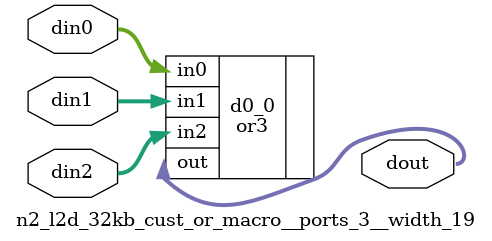
<source format=v>
module n2_l2d_32kb_cust (
  waysel_c3, 
  waysel_err_c3, 
  set_c3, 
  coloff_c3, 
  coloff_c4_l, 
  coloff_c5, 
  rd_wr_c3, 
  readen_c5, 
  l2clk, 
  fuse_l2d_data_in_00, 
  fuse_l2d_rid_00, 
  fuse_l2d_wren_00, 
  fuse_l2d_reset_00_l, 
  sel_quad_00, 
  red_d_out_00, 
  fuse_l2d_data_in_01, 
  fuse_l2d_rid_01, 
  fuse_l2d_wren_01, 
  fuse_l2d_reset_01_l, 
  sel_quad_01, 
  red_d_out_01, 
  red_top_d_00, 
  red_top_d_01, 
  tcu_pce_ov, 
  tcu_pce, 
  se, 
  tcu_clk_stop, 
  wrd0lo_b_l, 
  wrd0hi_b_l, 
  wrd1lo_b_l, 
  wrd1hi_b_l, 
  ldin0lo_b, 
  ldin0hi_b, 
  ldin1lo_b, 
  ldin1hi_b, 
  worden_c3, 
  tstmodclk_l, 
  wee_l, 
  vnw_ary, 
  ldout0lo_b00, 
  ldout0hi_b00, 
  ldout1lo_b00, 
  ldout1hi_b00);
wire [7:0] waysel_top_c4;
wire [8:0] set_top_c3b;
wire coloff_top_c3b_l;
wire writeen_top_c3b;
wire [3:0] worden_top_c3b;
wire l1clk;
wire [9:0] red_addr_top_01;
wire [77:0] cred;
wire [19:0] sat_lo0_bc_l;
wire [19:0] sat_hi0_bc_l;
wire [18:0] sat_lo1_bc_l;
wire [18:0] sat_hi1_bc_l;
wire [7:0] waysel_bot_c4;
wire [8:0] set_bot_c3b;
wire coloff_bot_c3b_l;
wire writeen_bot_c3b;
wire [3:0] worden_bot_c3b;
wire [9:0] red_addr_bot_00;
wire [19:0] sab_lo0_bc_l;
wire [19:0] sab_hi0_bc_l;
wire [18:0] sab_lo1_bc_l;
wire [18:0] sab_hi1_bc_l;


	
input	[7:0]	waysel_c3;
input	     	waysel_err_c3;
input	[8:0]	set_c3;
input		coloff_c3;
input		coloff_c4_l;	// check if 1 bit
input	[1:0]	coloff_c5;	// check if 1 bit
input		rd_wr_c3;
input		readen_c5;
input		l2clk;


input	[9:0]	fuse_l2d_data_in_00;
input	[2:0]	fuse_l2d_rid_00;
input		fuse_l2d_wren_00;
input		fuse_l2d_reset_00_l;
input		sel_quad_00;
output	[9:0]	red_d_out_00;

input	[9:0]	fuse_l2d_data_in_01;
input	[2:0]	fuse_l2d_rid_01;
input		fuse_l2d_wren_01;
input		fuse_l2d_reset_01_l;
input		sel_quad_01;
output	[9:0]	red_d_out_01;

input	[9:0]	red_top_d_00;
input	[9:0]	red_top_d_01;

input		tcu_pce_ov;
input		tcu_pce;
input		se;
input		tcu_clk_stop;
input	[19:0]	wrd0lo_b_l;
input	[19:0]	wrd0hi_b_l;
input	[18:0]	wrd1lo_b_l;
input	[18:0]	wrd1hi_b_l;
input	[19:0]	ldin0lo_b;
input	[19:0]	ldin0hi_b;
input	[18:0]	ldin1lo_b;
input	[18:0]	ldin1hi_b;
input	[3:0]	worden_c3;
input           tstmodclk_l;
input           wee_l;
input           vnw_ary;        //NEW

output	[19:0]	ldout0lo_b00;
output	[19:0]	ldout0hi_b00;
output	[18:0]	ldout1lo_b00;
output	[18:0]	ldout1hi_b00;


n2_l2d_16kb_cust	set_top
	(
	.waysel_c4		(waysel_top_c4[7:0]),
	.waysel_err_c3		(waysel_err_c3),
	.set_c3b		(set_top_c3b[8:0]),
	.coloff_c3b_l		(coloff_top_c3b_l),
	.coloff_c4_l		(coloff_c4_l),
	.coloff_c5		(coloff_c5[1:0]),
	.wen_c3b		(writeen_top_c3b),
	.readen_c5		(readen_c5),
	.worden_c3b		(worden_top_c3b[3:0]),
	.l1clk			(l1clk),
	.wrd_lo0_b_l		(wrd0lo_b_l[19:0]),
	.wrd_hi0_b_l		(wrd0hi_b_l[19:0]),
	.wrd_lo1_b_l		(wrd1lo_b_l[18:0]),
	.wrd_hi1_b_l		(wrd1hi_b_l[18:0]),
//	.bnken_lat		(bnken_lat),
	.red_adr		(red_addr_top_01[9:0]),
	.cred			(cred[77:0]),
//        .fuse_l2d_reset  	(fuse_l2d_reset_00_l_buf),
	.saout_lo0_bc_l		(sat_lo0_bc_l[19:0]),
	.saout_hi0_bc_l		(sat_hi0_bc_l[19:0]),
	.saout_lo1_bc_l		(sat_lo1_bc_l[18:0]),
	.saout_hi1_bc_l		(sat_hi1_bc_l[18:0]),
	.tstmodclk_l		(tstmodclk_l),		//NEW
	.wee_l			(wee_l),		//NEW
	.vnw_ary                (vnw_ary)               //NEW
	);

n2_l2d_16kb_cust     set_bot
        (
        .waysel_c4        	(waysel_bot_c4[7:0]),
	.waysel_err_c3		(waysel_err_c3),
        .set_c3b           	(set_bot_c3b[8:0]),
        .coloff_c3b_l      	(coloff_bot_c3b_l),
        .coloff_c4_l       	(coloff_c4_l),
        .coloff_c5         	(coloff_c5[1:0]),
        .wen_c3b               	(writeen_bot_c3b),
        .readen_c5             	(readen_c5),
        .worden_c3b        	(worden_bot_c3b[3:0]),
        .l1clk                 	(l1clk),
	.wrd_lo0_b_l		(wrd0lo_b_l[19:0]),
	.wrd_hi0_b_l		(wrd0hi_b_l[19:0]),
	.wrd_lo1_b_l		(wrd1lo_b_l[18:0]),
	.wrd_hi1_b_l		(wrd1hi_b_l[18:0]),
	.red_adr		(red_addr_bot_00[9:0]),
//        .bnken_lat             	(),
	.cred			(cred[77:0]),
//        .fuse_l2d_reset  	(fuse_l2d_reset_01_l_buf),
        .saout_lo0_bc_l   	(sab_lo0_bc_l[19:0]),
        .saout_hi0_bc_l   	(sab_hi0_bc_l[19:0]),
        .saout_lo1_bc_l   	(sab_lo1_bc_l[18:0]),
        .saout_hi1_bc_l   	(sab_hi1_bc_l[18:0]),
	.tstmodclk_l		(tstmodclk_l),		//NEW
	.wee_l			(wee_l),		//NEW
        .vnw_ary                (vnw_ary)               //NEW
        );


n2_l2d_dmux78_cust	data_mux
	(
	.waysel_c3		(waysel_c3[7:0]),		// should be 15:0
	.set_c3			(set_c3[8:0]),
	.coloff_c3		(coloff_c3),
//	.coloff_c4_l		(coloff_c4_l),
//	.coloff_c5		(coloff_c5[1:0]),
	.rd_wr_c3        	(rd_wr_c3),
//	.readen_c5       	(readen_c5),
	.worden_c3       	(worden_c3[3:0]),
	.l2clk           	(l2clk),
	.tcu_pce_ov      	(tcu_pce_ov),
	.tcu_pce             	(tcu_pce),
	.se             	(se),
	.tcu_clk_stop    	(tcu_clk_stop),
	.waysel_top_c4		(waysel_top_c4[7:0]),
	.waysel_bot_c4		(waysel_bot_c4[7:0]),
	.set_top_c3b		(set_top_c3b[8:0]),
	.set_bot_c3b		(set_bot_c3b[8:0]),
//	.coloff_top_c3b_l	(coloff_top_c3b_l),
//	.coloff_bot_c3b_l	(coloff_bot_c3b_l),
//	.coloff_top_c4_l 	(coloff_top_c4_l),
//	.coloff_bot_c4_l 	(coloff_bot_c4_l),
//	.coloff_top_c5   	(coloff_top_c5),
//	.coloff_bot_c5   	(coloff_bot_c5),
	.writeen_top_c3b 	(writeen_top_c3b),
	.writeen_bot_c3b 	(writeen_bot_c3b),
//	.readen_top_c5   	(readen_top_c5),
//	.readen_bot_c5   	(readen_bot_c5),
	.l1clk           	(l1clk),
	.worden_top_c3b		(worden_top_c3b[3:0]),
	.worden_bot_c3b		(worden_bot_c3b[3:0]),
	.sat_lo0_bc_l		(sat_lo0_bc_l[19:0]),
	.sat_hi0_bc_l		(sat_hi0_bc_l[19:0]),
	.sat_lo1_bc_l		(sat_lo1_bc_l[18:0]),
	.sat_hi1_bc_l		(sat_hi1_bc_l[18:0]),
	.sab_lo0_bc_l		(sab_lo0_bc_l[19:0]),
	.sab_hi0_bc_l		(sab_hi0_bc_l[19:0]),
	.sab_lo1_bc_l		(sab_lo1_bc_l[18:0]),
	.sab_hi1_bc_l		(sab_hi1_bc_l[18:0]),
	.ldin0lo_b		(ldin0lo_b[19:0]),
	.ldin0hi_b		(ldin0hi_b[19:0]),
	.ldin1lo_b		(ldin1lo_b[18:0]),
	.ldin1hi_b		(ldin1hi_b[18:0]),
//	.bnken_lat       	(bnken_lat),
	.ldout0lo_b		(ldout0lo_b00[19:0]),
	.ldout1lo_b		(ldout1lo_b00[18:0]),
	.ldout0hi_b		(ldout0hi_b00[19:0]),
	.ldout1hi_b		(ldout1hi_b00[18:0]),
	.red_d_out_00		(red_d_out_00[9:0]),
	.red_d_in_00    	(fuse_l2d_data_in_00[9:0]),
	.fuse_l2d_rid_00        (fuse_l2d_rid_00[2:0]),
	.fuse_l2d_wren_00       (fuse_l2d_wren_00),
	.fuse_l2d_reset_00_l    (fuse_l2d_reset_00_l),
	.sel_quad_00            (sel_quad_00),
	.red_d_out_01		(red_d_out_01[9:0]),
	.red_top_d_00		(red_top_d_00[9:0]),
	.red_top_d_01		(red_top_d_01[9:0]),
	.red_d_in_01    	(fuse_l2d_data_in_01[9:0]),
	.fuse_l2d_rid_01        (fuse_l2d_rid_01[2:0]),
	.fuse_l2d_wren_01       (fuse_l2d_wren_01),
	.fuse_l2d_reset_01_l    (fuse_l2d_reset_01_l),
	.sel_quad_01            (sel_quad_01),
	.cred			(cred[77:0]),
//        .fuse_l2d_reset_00_l_buf  (fuse_l2d_reset_00_l_buf),
//        .fuse_l2d_reset_01_l_buf  (fuse_l2d_reset_01_l_buf),
	.red_addr_top		(red_addr_top_01),
	.red_addr_bot		(red_addr_bot_00),
  .coloff_c4_l(coloff_c4_l),
  .coloff_top_c3b_l(coloff_top_c3b_l),
  .coloff_bot_c3b_l(coloff_bot_c3b_l)
	);

endmodule




module n2_l2d_16kb_cust (
  waysel_c4, 
  waysel_err_c3, 
  set_c3b, 
  coloff_c3b_l, 
  coloff_c4_l, 
  coloff_c5, 
  wen_c3b, 
  readen_c5, 
  worden_c3b, 
  l1clk, 
  wrd_lo0_b_l, 
  wrd_lo1_b_l, 
  wrd_hi0_b_l, 
  wrd_hi1_b_l, 
  red_adr, 
  cred, 
  tstmodclk_l, 
  wee_l, 
  vnw_ary, 
  saout_lo0_bc_l, 
  saout_lo1_bc_l, 
  saout_hi0_bc_l, 
  saout_hi1_bc_l);
wire coloff_c3b_l_unused;
wire bank_select;
wire coloff_c4;
wire [7:0] set_c4;
wire [1:0] spare_word_enable;
wire select_red_odd;
wire select_red_even;

	
		
input [7:0] 	waysel_c4;		
input		waysel_err_c3;		// 	Active when multiple way sel is on
input [8:0]   	set_c3b;		//	After b-latch
input    	coloff_c3b_l;		//	After b-latch+inv
input    	coloff_c4_l;		//	stage+inv
input [1:0]   	coloff_c5;		//	2-stage
input         	wen_c3b;	 	//	Write-enable, after b-latch
input         	readen_c5;	 	//	
input [3:0]   	worden_c3b;		//	After b-latch
input         	l1clk;	 		//	After l1clk hdr
input [19:0]  	wrd_lo0_b_l;		//	
input [18:0]  	wrd_lo1_b_l;		//	
input [19:0]  	wrd_hi0_b_l;		//	
input [18:0]  	wrd_hi1_b_l;		//	
input [9:0]	red_adr;		// Redudancy address
input [77:0]	cred;			// Redudancy address
input		tstmodclk_l;		//NEW
input		wee_l;			//NEW
input           vnw_ary;                //NEW

//output		bnken_lat;	//	Address latch enable (1.5cycle)
output [19:0]  	saout_lo0_bc_l;		//	C5bc output from senseamp
output [18:0]  	saout_lo1_bc_l;		//	C5bc output from senseamp
output [19:0]  	saout_hi0_bc_l;		//	C5bc output from senseamp
output [18:0]  	saout_hi1_bc_l;		//	C5bc output from senseamp

//reg		rd_data_out_sel_c5b;
//reg select_read_data_c5b;
reg select_read_data_c5b_hi_rgt;
reg select_read_data_c5b_hi_lft;
reg select_read_data_c5b_lo_rgt;
reg select_read_data_c5b_lo_lft;
reg select_read_data_all_c5b;
reg select_read_red_all_c5b;

//reg select_read_red_c5b;
reg select_read_red_c5b_hi_rgt;
reg select_read_red_c5b_hi_lft;
reg select_read_red_c5b_lo_rgt;
reg select_read_red_c5b_lo_lft;

//reg    	bnken_lat;

reg [19:0]    saout_lo0_bc_l;         //      C5bc output from senseamp
reg [18:0]    saout_lo1_bc_l;         //      C5bc output from senseamp
reg [19:0]    saout_hi0_bc_l;         //      C5bc output from senseamp
reg [18:0]    saout_hi1_bc_l;         //      C5bc output from senseamp

reg [79:0]    read_data;
wire [79:0]    rd_data;
wire [79:0]    wr_data;
reg	rd_spare_0,rd_spare_1;
wire    wr_spare_0,wr_spare_1;

wire [19:0] saout_hi0_b_out_l, saout_lo0_b_out_l;
wire [18:0] saout_hi1_b_out_l, saout_lo1_b_out_l;
wire [19:0]     red_lo0_b_out_l;
wire [18:0]     red_lo1_b_out_l;
wire [19:0]     red_hi0_b_out_l;
wire [18:0]     red_hi1_b_out_l;

wire [1:0] coloff_c5_rgt;
wire [1:0] coloff_c5_lft;
wire	   red_sel_rgt;
wire	   red_sel_lft;




reg  [19:0] mem_lo0_way0 [255:0];
reg  [18:0] mem_lo1_way0 [255:0];
reg  [19:0] mem_hi0_way0 [255:0];
reg  [18:0] mem_hi1_way0 [255:0];
reg  [255:0] mem_way0_spare_0;
reg  [255:0] mem_way0_spare_1;

reg  [19:0] mem_lo0_way1 [255:0];
reg  [18:0] mem_lo1_way1 [255:0];
reg  [19:0] mem_hi0_way1 [255:0];
reg  [18:0] mem_hi1_way1 [255:0];
reg  [255:0] mem_way1_spare_0;
reg  [255:0] mem_way1_spare_1;

reg  [19:0] mem_lo0_way2 [255:0];
reg  [18:0] mem_lo1_way2 [255:0];
reg  [19:0] mem_hi0_way2 [255:0];
reg  [18:0] mem_hi1_way2 [255:0];
reg  [255:0] mem_way2_spare_0;
reg  [255:0] mem_way2_spare_1;


reg  [19:0] mem_lo0_way3 [255:0];
reg  [18:0] mem_lo1_way3 [255:0];
reg  [19:0] mem_hi0_way3 [255:0];
reg  [18:0] mem_hi1_way3 [255:0];
reg  [255:0] mem_way3_spare_0;
reg  [255:0] mem_way3_spare_1;


reg  [19:0] mem_lo0_way4 [255:0];
reg  [18:0] mem_lo1_way4 [255:0];
reg  [19:0] mem_hi0_way4 [255:0];
reg  [18:0] mem_hi1_way4 [255:0];
reg  [255:0] mem_way4_spare_0;
reg  [255:0] mem_way4_spare_1;


reg  [19:0] mem_lo0_way5 [255:0];
reg  [18:0] mem_lo1_way5 [255:0];
reg  [19:0] mem_hi0_way5 [255:0];
reg  [18:0] mem_hi1_way5 [255:0];
reg  [255:0] mem_way5_spare_0;
reg  [255:0] mem_way5_spare_1;


reg  [19:0] mem_lo0_way6 [255:0];
reg  [18:0] mem_lo1_way6 [255:0];
reg  [19:0] mem_hi0_way6 [255:0];
reg  [18:0] mem_hi1_way6 [255:0];
reg  [255:0] mem_way6_spare_0;
reg  [255:0] mem_way6_spare_1;


reg  [19:0] mem_lo0_way7 [255:0];
reg  [18:0] mem_lo1_way7 [255:0];
reg  [19:0] mem_hi0_way7 [255:0];
reg  [18:0] mem_hi1_way7 [255:0];
reg  [255:0] mem_way7_spare_0;
reg  [255:0] mem_way7_spare_1;

//reg    	bnken_lat_c52;
reg [19:0]    saout_lo0_bc;         //      C5bc output from senseamp
reg [18:0]    saout_lo1_bc;         //      C5bc output from senseamp
reg [19:0]    saout_hi0_bc;         //      C5bc output from senseamp
reg [18:0]    saout_hi1_bc;         //      C5bc output from senseamp


//reg [19:0]    saout_lo0_bc_d;         //      C5bc output from senseamp
//reg [18:0]    saout_lo1_bc_d;         //      C5bc output from senseamp
//reg [19:0]    saout_hi0_bc_d;         //      C5bc output from senseamp
//reg [18:0]    saout_hi1_bc_d;         //      C5bc output from senseamp

//reg	set_banken_lat, reset_banken_lat;

reg [19:0]       saout_lo0_bc_c5b_l;
reg [18:0]       saout_lo1_bc_c5b_l;
reg [19:0]       saout_hi0_bc_c5b_l;
reg [18:0]       saout_hi1_bc_c5b_l;

reg [19:0]       saout_lo0_bc_d_l;
reg [18:0]       saout_lo1_bc_d_l;
reg [19:0]       saout_hi0_bc_d_l;
reg [18:0]       saout_hi1_bc_d_l;


assign coloff_c3b_l_unused = coloff_c3b_l;


//always@(posedge l1clk)
//begin
//        if(~coloff_c3b_l)
//                set_banken_lat <= 1'b1;
//        else    set_banken_lat <= 1'b0;
//end
//
//always@(negedge l1clk)
//begin
//        if(coloff_c4_l)
//                reset_banken_lat  <= 1'b1;
//        else    reset_banken_lat  <= 1'b0;
//end
//
//always@(set_banken_lat or reset_banken_lat)
//begin
//        if(set_banken_lat )
//                bnken_lat       <=      1'b1;
//        else if(reset_banken_lat )
//                bnken_lat       <=      1'b0;
//end


reg	[7:0] waysel_c5;
reg	[8:0]	index_c4;
reg	[8:0]	set_c5;
reg	wen_c4; 
reg	[3:0]	worden_c4;



reg	bank_select_c5;
reg     waysel_err_c3b, waysel_err_c4,waysel_err_c5;

always@(l1clk or coloff_c4_l)
begin
        if(~l1clk & coloff_c4_l)
	waysel_err_c3b	<=	waysel_err_c3;
end





always@(posedge l1clk)
begin
	waysel_err_c4	<=	waysel_err_c3b;
	waysel_err_c5	<=	waysel_err_c4;
	waysel_c5[7:0]	<=	waysel_c4[7:0];
	index_c4[8:0]	<=	set_c3b[8:0];
	set_c5[8:0]	<=	index_c4[8:0];
	worden_c4[3:0]	<=	worden_c3b[3:0];
	wen_c4		<=	wen_c3b;
	bank_select_c5  <= 	bank_select;
end


assign coloff_c4 = ~coloff_c4_l;
assign bank_select = index_c4[8];

//reg	[19:0]	saout_lo0_bc_c5b;
//reg	[18:0]	saout_lo1_bc_c5b;
//reg	[19:0]	saout_hi0_bc_c5b;
//reg	[18:0]	saout_hi1_bc_c5b;






assign set_c4[7:0] = index_c4[7:0];
wire	[19:0] wrd_lo0_a;
wire	[19:0] wrd_hi0_a;
wire	[18:0] wrd_lo1_a;
wire	[18:0] wrd_hi1_a;

reg	[19:0] wrd_lo0_a_reg;
reg	[19:0] wrd_hi0_a_reg;
reg	[18:0] wrd_lo1_a_reg;
reg	[18:0] wrd_hi1_a_reg;


always@(posedge l1clk)
begin
wrd_lo0_a_reg[19:0] <= ~wrd_lo0_b_l[19:0];
wrd_hi0_a_reg[19:0] <= ~wrd_hi0_b_l[19:0];
wrd_lo1_a_reg[18:0] <= ~wrd_lo1_b_l[18:0];
wrd_hi1_a_reg[18:0] <= ~wrd_hi1_b_l[18:0];
end



// COL redudancy

//reg [255:0] red_reg1;
//reg [255:0] red_reg2;

wire [79:0] cred_mod;


assign cred_mod[79:0] = {cred[77:59],1'b0,cred[58:19],1'b0,cred[18:0]};


//assign spare_word_enable[1] = cred_mod[19] ? worden_c4[3] : worden_c4[2]; 
//assign spare_word_enable[0] = cred_mod[59] ? worden_c4[3] : worden_c4[2];


assign wr_data[19:0] = 
{wr_spare_0,	  wrd_lo1_a_reg[4], wrd_hi0_a_reg[4],wrd_lo0_a_reg[4],
wrd_hi1_a_reg[3], wrd_lo1_a_reg[3], wrd_hi0_a_reg[3],wrd_lo0_a_reg[3],
wrd_hi1_a_reg[2], wrd_lo1_a_reg[2], wrd_hi0_a_reg[2],wrd_lo0_a_reg[2],
wrd_hi1_a_reg[1], wrd_lo1_a_reg[1], wrd_hi0_a_reg[1],wrd_lo0_a_reg[1],
wrd_hi1_a_reg[0], wrd_lo1_a_reg[0], wrd_hi0_a_reg[0],wrd_lo0_a_reg[0]};

assign wr_data[39:20] = {
		  wrd_lo1_a_reg[9], wrd_hi0_a_reg[9],wrd_lo0_a_reg[9],
wrd_hi1_a_reg[8], wrd_lo1_a_reg[8], wrd_hi0_a_reg[8],wrd_lo0_a_reg[8],
wrd_hi1_a_reg[7], wrd_lo1_a_reg[7], wrd_hi0_a_reg[7],wrd_lo0_a_reg[7],
wrd_hi1_a_reg[6], wrd_lo1_a_reg[6], wrd_hi0_a_reg[6],wrd_lo0_a_reg[6],
wrd_hi1_a_reg[5], wrd_lo1_a_reg[5], wrd_hi0_a_reg[5],wrd_lo0_a_reg[5], wrd_hi1_a_reg[4]};


assign wr_data[59:40] = {
wrd_lo1_a_reg[14], wrd_hi0_a_reg[14],wrd_lo0_a_reg[14],
wrd_hi1_a_reg[13], wrd_lo1_a_reg[13], wrd_hi0_a_reg[13],wrd_lo0_a_reg[13],
wrd_hi1_a_reg[12], wrd_lo1_a_reg[12], wrd_hi0_a_reg[12],wrd_lo0_a_reg[12],
wrd_hi1_a_reg[11], wrd_lo1_a_reg[11], wrd_hi0_a_reg[11],wrd_lo0_a_reg[11],
wrd_hi1_a_reg[10], wrd_lo1_a_reg[10], wrd_hi0_a_reg[10],wrd_lo0_a_reg[10], wrd_hi1_a_reg[9]};

assign wr_data[79:60] = {
wrd_hi0_a_reg[19], wrd_lo0_a_reg[19],
wrd_hi1_a_reg[18], wrd_lo1_a_reg[18], wrd_hi0_a_reg[18],wrd_lo0_a_reg[18],
wrd_hi1_a_reg[17], wrd_lo1_a_reg[17], wrd_hi0_a_reg[17],wrd_lo0_a_reg[17],
wrd_hi1_a_reg[16], wrd_lo1_a_reg[16], wrd_hi0_a_reg[16],wrd_lo0_a_reg[16],
wrd_hi1_a_reg[15], wrd_lo1_a_reg[15], wrd_hi0_a_reg[15],wrd_lo0_a_reg[15], wrd_hi1_a_reg[14],wr_spare_1};


integer i; 
reg	[80:0] data;

always@(cred_mod or wr_data)
begin
if (~cred_mod[0]) begin
 data[0] = wr_data[0];
end

for(i=0; i<18; i=i+1)
begin
  data[i+1] = cred_mod[i] ? wr_data[i] : wr_data[i+1];
end

data[19] = cred_mod[18] ? wr_data[18] : cred_mod[20] ? wr_data[20] : 1'b0;

for(i=21;i<40;i=i+1)
begin 
 data[i-1] = cred_mod[i] ? wr_data[i] : wr_data[i-1];
end


if (~cred_mod[39]) begin
 data[39] = wr_data[39];
end

if (~cred_mod[40]) begin
 data[40] = wr_data[40];
end

for(i=40;i<59;i=i+1)
begin
  data[i+1] = cred_mod[i] ? wr_data[i] : wr_data[i+1];
end

data[60] = cred_mod[59] ? wr_data[59] : cred_mod[61] ? wr_data[61] : 1'b0;

for(i=62;i<80;i=i+1)
begin
  data[i-1] = cred_mod[i] ? wr_data[i] : wr_data[i-1];
end

if (~cred_mod[79]) begin
 data[79] = wr_data[79];
end 
 
end

 
assign { wrd_hi0_a[19], wrd_lo0_a[19],
wrd_hi1_a[18], wrd_lo1_a[18], wrd_hi0_a[18],wrd_lo0_a[18],
wrd_hi1_a[17], wrd_lo1_a[17], wrd_hi0_a[17],wrd_lo0_a[17],
wrd_hi1_a[16], wrd_lo1_a[16], wrd_hi0_a[16],wrd_lo0_a[16],
wrd_hi1_a[15], wrd_lo1_a[15], wrd_hi0_a[15],wrd_lo0_a[15], 
wrd_hi1_a[14],wr_spare_1} = data[79:60];

assign {
wrd_lo1_a[14], wrd_hi0_a[14],wrd_lo0_a[14],
wrd_hi1_a[13], wrd_lo1_a[13], wrd_hi0_a[13],wrd_lo0_a[13],
wrd_hi1_a[12], wrd_lo1_a[12], wrd_hi0_a[12],wrd_lo0_a[12],
wrd_hi1_a[11], wrd_lo1_a[11], wrd_hi0_a[11],wrd_lo0_a[11],
wrd_hi1_a[10], wrd_lo1_a[10], wrd_hi0_a[10],wrd_lo0_a[10],wrd_hi1_a[9]} = data[59:40];

assign {
wrd_lo1_a[9], wrd_hi0_a[9],wrd_lo0_a[9],
wrd_hi1_a[8], wrd_lo1_a[8], wrd_hi0_a[8],wrd_lo0_a[8],
wrd_hi1_a[7], wrd_lo1_a[7], wrd_hi0_a[7],wrd_lo0_a[7],
wrd_hi1_a[6], wrd_lo1_a[6], wrd_hi0_a[6],wrd_lo0_a[6],
wrd_hi1_a[5], wrd_lo1_a[5], wrd_hi0_a[5],wrd_lo0_a[5], wrd_hi1_a[4]} = data[39:20];

assign {
wr_spare_0,   wrd_lo1_a[4], wrd_hi0_a[4],wrd_lo0_a[4],
wrd_hi1_a[3], wrd_lo1_a[3], wrd_hi0_a[3],wrd_lo0_a[3],
wrd_hi1_a[2], wrd_lo1_a[2], wrd_hi0_a[2],wrd_lo0_a[2],
wrd_hi1_a[1], wrd_lo1_a[1], wrd_hi0_a[1],wrd_lo0_a[1],
wrd_hi1_a[0], wrd_lo1_a[0], wrd_hi0_a[0],wrd_lo0_a[0]} = data[19:0];



wire [79:0] worden_data;
wire [19:0] worden_lo0;
wire [19:0] worden_hi0;
wire [18:0] worden_lo1;
wire [18:0] worden_hi1;


assign worden_data[19:0] = 
{spare_word_enable[0],  worden_c4[2], worden_c4[1],worden_c4[0],
worden_c4[3], worden_c4[2], worden_c4[1],worden_c4[0],
worden_c4[3], worden_c4[2], worden_c4[1],worden_c4[0],
worden_c4[3], worden_c4[2], worden_c4[1],worden_c4[0],
worden_c4[3], worden_c4[2], worden_c4[1],worden_c4[0]};

assign worden_data[39:20] = {
	      worden_c4[2], worden_c4[1],worden_c4[0],
worden_c4[3], worden_c4[2], worden_c4[1],worden_c4[0],
worden_c4[3], worden_c4[2], worden_c4[1],worden_c4[0],
worden_c4[3], worden_c4[2], worden_c4[1],worden_c4[0],
worden_c4[3], worden_c4[2], worden_c4[1],worden_c4[0], worden_c4[3]};


assign worden_data[59:40] = {
              worden_c4[2], worden_c4[1],worden_c4[0],
worden_c4[3], worden_c4[2], worden_c4[1],worden_c4[0],
worden_c4[3], worden_c4[2], worden_c4[1],worden_c4[0],
worden_c4[3], worden_c4[2], worden_c4[1],worden_c4[0],
worden_c4[3], worden_c4[2], worden_c4[1],worden_c4[0], worden_c4[3]};

assign worden_data[79:60] = {
                            worden_c4[1],worden_c4[0],
worden_c4[3], worden_c4[2], worden_c4[1],worden_c4[0],
worden_c4[3], worden_c4[2], worden_c4[1],worden_c4[0],
worden_c4[3], worden_c4[2], worden_c4[1],worden_c4[0],
worden_c4[3], worden_c4[2], worden_c4[1],worden_c4[0], worden_c4[3],spare_word_enable[1]};

reg	[79:0] worden_shift;



always@(cred_mod or worden_data or wen_c4 or coloff_c4)
begin
if (wen_c4 & coloff_c4)
begin
if (~cred_mod[0]) begin
 worden_shift[0] = worden_data[0];
end

for(i=0; i<18; i=i+1)
begin
  worden_shift[i+1] = cred_mod[i] ? worden_data[i] : ~cred_mod[i+1] ? worden_data[i+1] : 1'b0;
end

worden_shift[19] = cred_mod[18] ? worden_data[18] : cred_mod[20] ? worden_data[20] : 1'b0;

for(i=21;i<40;i=i+1)
begin 
 worden_shift[i-1]  = cred_mod[i] ? worden_data[i] : ~cred_mod[i-1] ? worden_data[i-1] : 1'b0;
end


if (~cred_mod[39]) begin
 worden_shift[39] = worden_data[39];
end

if (~cred_mod[40]) begin
 worden_shift[40] = worden_data[40];
end

for(i=40;i<59;i=i+1)
begin
  worden_shift[i+1] = cred_mod[i] ? worden_data[i] : ~cred_mod[i+1] ? worden_data[i+1] : 1'b0;
end

worden_shift[60] = cred_mod[59] ? worden_data[59] : cred_mod[61] ? worden_data[61] : 1'b0;

for(i=62;i<80;i=i+1)
begin
  worden_shift[i-1]  = cred_mod[i] ? worden_data[i] : ~cred_mod[i-1] ? worden_data[i-1] : 1'b0;
end

if (~cred_mod[79]) begin
 worden_shift[79] = worden_data[79];
end 

end
else worden_shift[79:0] = 80'b0;

end
 
 
assign { worden_hi0[19], worden_lo0[19],
worden_hi1[18], worden_lo1[18], worden_hi0[18],worden_lo0[18],
worden_hi1[17], worden_lo1[17], worden_hi0[17],worden_lo0[17],
worden_hi1[16], worden_lo1[16], worden_hi0[16],worden_lo0[16],
worden_hi1[15], worden_lo1[15], worden_hi0[15],worden_lo0[15], 
worden_hi1[14],spare_word_enable[1]} = worden_shift[79:60];

assign {
worden_lo1[14], worden_hi0[14],worden_lo0[14],
worden_hi1[13], worden_lo1[13], worden_hi0[13],worden_lo0[13],
worden_hi1[12], worden_lo1[12], worden_hi0[12],worden_lo0[12],
worden_hi1[11], worden_lo1[11], worden_hi0[11],worden_lo0[11],
worden_hi1[10], worden_lo1[10], worden_hi0[10],worden_lo0[10],worden_hi1[9]} = worden_shift[59:40];

assign {
worden_lo1[9], worden_hi0[9],worden_lo0[9],
worden_hi1[8], worden_lo1[8], worden_hi0[8],worden_lo0[8],
worden_hi1[7], worden_lo1[7], worden_hi0[7],worden_lo0[7],
worden_hi1[6], worden_lo1[6], worden_hi0[6],worden_lo0[6],
worden_hi1[5], worden_lo1[5], worden_hi0[5],worden_lo0[5], worden_hi1[4]} = worden_shift[39:20];

assign {
spare_word_enable[0],   worden_lo1[4], worden_hi0[4],worden_lo0[4],
worden_hi1[3], worden_lo1[3], worden_hi0[3],worden_lo0[3],
worden_hi1[2], worden_lo1[2], worden_hi0[2],worden_lo0[2],
worden_hi1[1], worden_lo1[1], worden_hi0[1],worden_lo0[1],
worden_hi1[0], worden_lo1[0], worden_hi0[0],worden_lo0[0]} = worden_shift[19:0];


















always@(l1clk or wen_c4 or set_c4 or waysel_c4 or  waysel_err_c4 or worden_c4 or wrd_lo0_a or 
	wrd_hi0_a or wrd_lo1_a or wrd_hi1_a or coloff_c4 or bank_select  or wr_spare_0 or 
	wr_spare_1 or wee_l or worden_hi0 or worden_lo0 or worden_lo1 or worden_hi1 or spare_word_enable
        or vnw_ary)
begin

////////////////////////////////////////////////////////////////
// Read all entries for a given set 
////////////////////////////////////////////////////////////////

////////////////////////////////////////////////////////////////
//  Write data computation
////////////////////////////////////////////////////////////////

///////////////////////////////////////////////////////////////
// Write to memory
//////////////////////////////////////////////////////////////



    #0


//if(wen_c4  & ~waysel_err_c4 & bank_select & coloff_c4 & (|worden_c4))
if(~l1clk & wee_l & wen_c4  & ~waysel_err_c4 & bank_select & coloff_c4 & (|worden_c4) & vnw_ary)
begin
	if(waysel_c4[0])
	begin
	mem_lo0_way0[set_c4]   = (worden_lo0[19:0] & wrd_lo0_a[19:0] | ~worden_lo0[19:0] & mem_lo0_way0[set_c4]);
	mem_hi0_way0[set_c4]   = (worden_hi0[19:0] & wrd_hi0_a[19:0] | ~worden_hi0[19:0] & mem_hi0_way0[set_c4]);
	mem_lo1_way0[set_c4]   = (worden_lo1[18:0] & wrd_lo1_a[18:0] | ~worden_lo1[18:0] & mem_lo1_way0[set_c4]);
	mem_hi1_way0[set_c4]   = (worden_hi1[18:0] & wrd_hi1_a[18:0] | ~worden_hi1[18:0] & mem_hi1_way0[set_c4]);
	mem_way0_spare_0[set_c4] = (spare_word_enable[0] & wr_spare_0 | ~spare_word_enable[0] & mem_way0_spare_0[set_c4]);
	mem_way0_spare_1[set_c4] = (spare_word_enable[1] & wr_spare_1 | ~spare_word_enable[1] & mem_way0_spare_1[set_c4]);
	end
	else if(waysel_c4[1])
	begin
	mem_lo0_way1[set_c4]   =  (worden_lo0[19:0] & wrd_lo0_a[19:0] | ~worden_lo0[19:0] & mem_lo0_way1[set_c4]);
	mem_hi0_way1[set_c4]   =  (worden_hi0[19:0] & wrd_hi0_a[19:0] | ~worden_hi0[19:0] & mem_hi0_way1[set_c4]);
	mem_lo1_way1[set_c4]   =  (worden_lo1[18:0] & wrd_lo1_a[18:0] | ~worden_lo1[18:0] & mem_lo1_way1[set_c4]);
	mem_hi1_way1[set_c4]   =  (worden_hi1[18:0] & wrd_hi1_a[18:0] | ~worden_hi1[18:0] & mem_hi1_way1[set_c4]);
	mem_way1_spare_0[set_c4] = (spare_word_enable[0] & wr_spare_0 | ~spare_word_enable[0] & mem_way1_spare_0[set_c4]);
	mem_way1_spare_1[set_c4] = (spare_word_enable[1] & wr_spare_1 | ~spare_word_enable[1] & mem_way1_spare_1[set_c4]);
	end
	else if(waysel_c4[2])
	begin
	mem_lo0_way2[set_c4]   =  (worden_lo0[19:0] & wrd_lo0_a[19:0] | ~worden_lo0[19:0] & mem_lo0_way2[set_c4]);
	mem_lo1_way2[set_c4]   =  (worden_lo1[18:0] & wrd_lo1_a[18:0] | ~worden_lo1[18:0] & mem_lo1_way2[set_c4]);
	mem_hi0_way2[set_c4]   =  (worden_hi0[19:0] & wrd_hi0_a[19:0] | ~worden_hi0[19:0] & mem_hi0_way2[set_c4]);
	mem_hi1_way2[set_c4]   =  (worden_hi1[18:0] & wrd_hi1_a[18:0] | ~worden_hi1[18:0] & mem_hi1_way2[set_c4]);
	mem_way2_spare_0[set_c4] = (spare_word_enable[0] & wr_spare_0 | ~spare_word_enable[0] & mem_way2_spare_0[set_c4]);
	mem_way2_spare_1[set_c4] = (spare_word_enable[1] & wr_spare_1 | ~spare_word_enable[1] & mem_way2_spare_1[set_c4]);
	end
	else if(waysel_c4[3])
	begin
	mem_lo0_way3[set_c4]   = (worden_lo0[19:0] & wrd_lo0_a[19:0] | ~worden_lo0[19:0] & mem_lo0_way3[set_c4]);
	mem_lo1_way3[set_c4]   = (worden_lo1[18:0] & wrd_lo1_a[18:0] | ~worden_lo1[18:0] & mem_lo1_way3[set_c4]);
	mem_hi0_way3[set_c4]   = (worden_hi0[19:0] & wrd_hi0_a[19:0] | ~worden_hi0[19:0] & mem_hi0_way3[set_c4]);
	mem_hi1_way3[set_c4]   = (worden_hi1[18:0] & wrd_hi1_a[18:0] | ~worden_hi1[18:0] & mem_hi1_way3[set_c4]);
	mem_way3_spare_0[set_c4] = (spare_word_enable[0] & wr_spare_0 | ~spare_word_enable[0] & mem_way3_spare_0[set_c4]);
	mem_way3_spare_1[set_c4] = (spare_word_enable[1] & wr_spare_1 | ~spare_word_enable[1] & mem_way3_spare_1[set_c4]);
	end
	else if(waysel_c4[4])
	begin
	mem_lo0_way4[set_c4]   = (worden_lo0[19:0] & wrd_lo0_a[19:0] | ~worden_lo0[19:0] & mem_lo0_way4[set_c4]);
	mem_lo1_way4[set_c4]   = (worden_lo1[18:0] & wrd_lo1_a[18:0] | ~worden_lo1[18:0] & mem_lo1_way4[set_c4]);
	mem_hi0_way4[set_c4]   = (worden_hi0[19:0] & wrd_hi0_a[19:0] | ~worden_hi0[19:0] & mem_hi0_way4[set_c4]);
	mem_hi1_way4[set_c4]   = (worden_hi1[18:0] & wrd_hi1_a[18:0] | ~worden_hi1[18:0] & mem_hi1_way4[set_c4]);
	mem_way4_spare_0[set_c4] = (spare_word_enable[0] & wr_spare_0 | ~spare_word_enable[0] & mem_way4_spare_0[set_c4]);
	mem_way4_spare_1[set_c4] = (spare_word_enable[1] & wr_spare_1 | ~spare_word_enable[1] & mem_way4_spare_1[set_c4]);
	end
	else if(waysel_c4[5])
	begin
	mem_lo0_way5[set_c4]   =(worden_lo0[19:0] & wrd_lo0_a[19:0] | ~worden_lo0[19:0] & mem_lo0_way5[set_c4]);
	mem_lo1_way5[set_c4]   =(worden_lo1[18:0] & wrd_lo1_a[18:0] | ~worden_lo1[18:0] & mem_lo1_way5[set_c4]);
	mem_hi0_way5[set_c4]   =(worden_hi0[19:0] & wrd_hi0_a[19:0] | ~worden_hi0[19:0] & mem_hi0_way5[set_c4]);
	mem_hi1_way5[set_c4]   =(worden_hi1[18:0] & wrd_hi1_a[18:0] | ~worden_hi1[18:0] & mem_hi1_way5[set_c4]);
	mem_way5_spare_0[set_c4] = (spare_word_enable[0] & wr_spare_0 | ~spare_word_enable[0] & mem_way5_spare_0[set_c4]);
	mem_way5_spare_1[set_c4] = (spare_word_enable[1] & wr_spare_1 | ~spare_word_enable[1] & mem_way5_spare_1[set_c4]);
	end
	else if(waysel_c4[6])
	begin
	mem_lo0_way6[set_c4]   =(worden_lo0[19:0] & wrd_lo0_a[19:0] | ~worden_lo0[19:0] & mem_lo0_way6[set_c4]);
	mem_lo1_way6[set_c4]   =(worden_lo1[18:0] & wrd_lo1_a[18:0] | ~worden_lo1[18:0] & mem_lo1_way6[set_c4]);
	mem_hi0_way6[set_c4]   =(worden_hi0[19:0] & wrd_hi0_a[19:0] | ~worden_hi0[19:0] & mem_hi0_way6[set_c4]);
	mem_hi1_way6[set_c4]   =(worden_hi1[18:0] & wrd_hi1_a[18:0] | ~worden_hi1[18:0] & mem_hi1_way6[set_c4]);
	mem_way6_spare_0[set_c4] = (spare_word_enable[0] & wr_spare_0 | ~spare_word_enable[0] & mem_way6_spare_0[set_c4]);
	mem_way6_spare_1[set_c4] = (spare_word_enable[1] & wr_spare_1 | ~spare_word_enable[1] & mem_way6_spare_1[set_c4]);
	end
	else if(waysel_c4[7])
	begin
	mem_lo0_way7[set_c4]   =(worden_lo0[19:0] & wrd_lo0_a[19:0] | ~worden_lo0[19:0] & mem_lo0_way7[set_c4]);
	mem_lo1_way7[set_c4]   =(worden_lo1[18:0] & wrd_lo1_a[18:0] | ~worden_lo1[18:0] & mem_lo1_way7[set_c4]);
	mem_hi0_way7[set_c4]   =(worden_hi0[19:0] & wrd_hi0_a[19:0] | ~worden_hi0[19:0] & mem_hi0_way7[set_c4]);
	mem_hi1_way7[set_c4]   =(worden_hi1[18:0] & wrd_hi1_a[18:0] | ~worden_hi1[18:0] & mem_hi1_way7[set_c4]);
	mem_way7_spare_0[set_c4] = (spare_word_enable[0] & wr_spare_0 | ~spare_word_enable[0] & mem_way7_spare_0[set_c4]);
	mem_way7_spare_1[set_c4] = (spare_word_enable[1] & wr_spare_1 | ~spare_word_enable[1] & mem_way7_spare_1[set_c4]);
	end
  end
end

//always@(waysel_c4 or set_c4 or bnken_lat )
always@(waysel_c4 or set_c4 or coloff_c4_l or vnw_ary)

begin


    #0

if(~coloff_c4_l & vnw_ary)
begin
	if(waysel_c4[0])
		begin
		saout_lo0_bc[19:0]	<=	mem_lo0_way0[set_c4];
		saout_lo1_bc[18:0]	<=	mem_lo1_way0[set_c4];
		saout_hi0_bc[19:0]	<=	mem_hi0_way0[set_c4];
		saout_hi1_bc[18:0]	<=	mem_hi1_way0[set_c4];
 		rd_spare_0		<=	mem_way0_spare_0[set_c4];
 		rd_spare_1		<=	mem_way0_spare_1[set_c4];
		end
	else if(waysel_c4[1])
		begin
		saout_lo0_bc[19:0]	<=	mem_lo0_way1[set_c4];	
		saout_lo1_bc[18:0]	<=	mem_lo1_way1[set_c4];	
		saout_hi0_bc[19:0]	<=	mem_hi0_way1[set_c4];	
		saout_hi1_bc[18:0]	<=	mem_hi1_way1[set_c4];	
 		rd_spare_0		<=	mem_way1_spare_0[set_c4];
 		rd_spare_1		<=	mem_way1_spare_1[set_c4];
		end
	else if(waysel_c4[2])
		begin
		saout_lo0_bc[19:0]	<=	mem_lo0_way2[set_c4];	
		saout_lo1_bc[18:0]	<=	mem_lo1_way2[set_c4];	
		saout_hi0_bc[19:0]	<=	mem_hi0_way2[set_c4];	
		saout_hi1_bc[18:0]	<=	mem_hi1_way2[set_c4];	
 		rd_spare_0		<=	mem_way2_spare_0[set_c4];
 		rd_spare_1		<=	mem_way2_spare_1[set_c4];
		end
	else if(waysel_c4[3])
		begin
		saout_lo0_bc[19:0]	<=	mem_lo0_way3[set_c4];	
		saout_lo1_bc[18:0]	<=	mem_lo1_way3[set_c4];	
		saout_hi0_bc[19:0]	<=	mem_hi0_way3[set_c4];	
		saout_hi1_bc[18:0]	<=	mem_hi1_way3[set_c4];	
 		rd_spare_0		<=	mem_way3_spare_0[set_c4];
 		rd_spare_1		<=	mem_way3_spare_1[set_c4];
		end
	else if(waysel_c4[4])
		begin
		saout_lo0_bc[19:0]	<=	mem_lo0_way4[set_c4];	
		saout_lo1_bc[18:0]	<=	mem_lo1_way4[set_c4];	
		saout_hi0_bc[19:0]	<=	mem_hi0_way4[set_c4];	
		saout_hi1_bc[18:0]	<=	mem_hi1_way4[set_c4];	
 		rd_spare_0		<=	mem_way4_spare_0[set_c4];
 		rd_spare_1		<=	mem_way4_spare_1[set_c4];
		end
	else if(waysel_c4[5])
		begin
		saout_lo0_bc[19:0]	<=	mem_lo0_way5[set_c4];
		saout_lo1_bc[18:0]	<=	mem_lo1_way5[set_c4];
		saout_hi0_bc[19:0]	<=	mem_hi0_way5[set_c4];
		saout_hi1_bc[18:0]	<=	mem_hi1_way5[set_c4];
 		rd_spare_0		<=	mem_way5_spare_0[set_c4];
 		rd_spare_1		<=	mem_way5_spare_1[set_c4];
		end
	else if(waysel_c4[6])
		begin
		saout_lo0_bc[19:0]	<=	mem_lo0_way6[set_c4];	
		saout_lo1_bc[18:0]	<=	mem_lo1_way6[set_c4];	
		saout_hi0_bc[19:0]	<=	mem_hi0_way6[set_c4];	
		saout_hi1_bc[18:0]	<=	mem_hi1_way6[set_c4];	
 		rd_spare_0		<=	mem_way6_spare_0[set_c4];
 		rd_spare_1		<=	mem_way6_spare_1[set_c4];
		end
	else if(waysel_c4[7])
		begin
	        saout_lo0_bc[19:0]    	<=	mem_lo0_way7[set_c4];      
	        saout_lo1_bc[18:0]    	<=	mem_lo1_way7[set_c4];      
	        saout_hi0_bc[19:0]    	<=	mem_hi0_way7[set_c4];      
	        saout_hi1_bc[18:0]    	<=	mem_hi1_way7[set_c4];      
 		rd_spare_0		<=	mem_way7_spare_0[set_c4];
 		rd_spare_1		<=	mem_way7_spare_1[set_c4];
		end
end
end


// READ
// Data is read out of the above array in c4 and gets registered and latched
// to become a c5b signal which gets muxed and goes to dmux


reg rd_spare_0_d_l,rd_spare_1_d_l;
reg rdd_spare_0,rdd_spare_1;
reg tstmodclk_c3b_l;
always@(posedge l1clk)
begin
	saout_lo0_bc_d_l[19:0] <= ~saout_lo0_bc[19:0];
	saout_lo1_bc_d_l[18:0] <= ~saout_lo1_bc[18:0];
	saout_hi0_bc_d_l[19:0] <= ~saout_hi0_bc[19:0];
	saout_hi1_bc_d_l[18:0] <= ~saout_hi1_bc[18:0];
	rd_spare_0_d_l         <= ~rd_spare_0;
	rd_spare_1_d_l         <= ~rd_spare_1;
end

always@(negedge l1clk)
begin
        saout_lo0_bc_c5b_l[19:0] <= saout_lo0_bc_d_l[19:0];
        saout_lo1_bc_c5b_l[18:0] <= saout_lo1_bc_d_l[18:0];
        saout_hi0_bc_c5b_l[19:0] <= saout_hi0_bc_d_l[19:0];
        saout_hi1_bc_c5b_l[18:0] <= saout_hi1_bc_d_l[18:0];
	rdd_spare_0		 <= rd_spare_0_d_l;
	rdd_spare_1		 <= rd_spare_1_d_l;
	tstmodclk_c3b_l		 <= tstmodclk_l;
end


assign rd_data[19:0] =
	{rdd_spare_0,      saout_lo1_bc_c5b_l[4], saout_hi0_bc_c5b_l[4],saout_lo0_bc_c5b_l[4],
	saout_hi1_bc_c5b_l[3], saout_lo1_bc_c5b_l[3], saout_hi0_bc_c5b_l[3],saout_lo0_bc_c5b_l[3],
	saout_hi1_bc_c5b_l[2], saout_lo1_bc_c5b_l[2], saout_hi0_bc_c5b_l[2],saout_lo0_bc_c5b_l[2],
	saout_hi1_bc_c5b_l[1], saout_lo1_bc_c5b_l[1], saout_hi0_bc_c5b_l[1],saout_lo0_bc_c5b_l[1],
	saout_hi1_bc_c5b_l[0], saout_lo1_bc_c5b_l[0], saout_hi0_bc_c5b_l[0],saout_lo0_bc_c5b_l[0]};

	assign rd_data[39:20] = {
			  saout_lo1_bc_c5b_l[9], saout_hi0_bc_c5b_l[9],saout_lo0_bc_c5b_l[9],
	saout_hi1_bc_c5b_l[8], saout_lo1_bc_c5b_l[8], saout_hi0_bc_c5b_l[8],saout_lo0_bc_c5b_l[8],
	saout_hi1_bc_c5b_l[7], saout_lo1_bc_c5b_l[7], saout_hi0_bc_c5b_l[7],saout_lo0_bc_c5b_l[7],
	saout_hi1_bc_c5b_l[6], saout_lo1_bc_c5b_l[6], saout_hi0_bc_c5b_l[6],saout_lo0_bc_c5b_l[6],
	saout_hi1_bc_c5b_l[5], saout_lo1_bc_c5b_l[5], saout_hi0_bc_c5b_l[5],saout_lo0_bc_c5b_l[5], saout_hi1_bc_c5b_l[4]};


	assign rd_data[59:40] = {
	saout_lo1_bc_c5b_l[14], saout_hi0_bc_c5b_l[14],saout_lo0_bc_c5b_l[14],
	saout_hi1_bc_c5b_l[13], saout_lo1_bc_c5b_l[13], saout_hi0_bc_c5b_l[13],saout_lo0_bc_c5b_l[13],
	saout_hi1_bc_c5b_l[12], saout_lo1_bc_c5b_l[12], saout_hi0_bc_c5b_l[12],saout_lo0_bc_c5b_l[12],
	saout_hi1_bc_c5b_l[11], saout_lo1_bc_c5b_l[11], saout_hi0_bc_c5b_l[11],saout_lo0_bc_c5b_l[11],
	saout_hi1_bc_c5b_l[10], saout_lo1_bc_c5b_l[10], saout_hi0_bc_c5b_l[10],saout_lo0_bc_c5b_l[10], saout_hi1_bc_c5b_l[9]};

	assign rd_data[79:60] = {
	saout_hi0_bc_c5b_l[19], saout_lo0_bc_c5b_l[19],
	saout_hi1_bc_c5b_l[18], saout_lo1_bc_c5b_l[18], saout_hi0_bc_c5b_l[18],saout_lo0_bc_c5b_l[18],
	saout_hi1_bc_c5b_l[17], saout_lo1_bc_c5b_l[17], saout_hi0_bc_c5b_l[17],saout_lo0_bc_c5b_l[17],
	saout_hi1_bc_c5b_l[16], saout_lo1_bc_c5b_l[16], saout_hi0_bc_c5b_l[16],saout_lo0_bc_c5b_l[16],
	saout_hi1_bc_c5b_l[15], saout_lo1_bc_c5b_l[15], saout_hi0_bc_c5b_l[15],saout_lo0_bc_c5b_l[15], saout_hi1_bc_c5b_l[14],rdd_spare_1};


	always@(cred_mod or rd_data)
	begin
	
	for(i=0;i<19;i=i+1)
	begin
	read_data[i] = cred_mod[i] ? rd_data[i+1] : rd_data[i];
        end
	
	for(i=20;i<40;i=i+1)
        begin
	read_data[i] = cred_mod[i] ? rd_data[i-1] : rd_data[i];
        end
	

	for(i=40;i<60;i=i+1)
	 begin
	 read_data[i] = cred_mod[i] ? rd_data[i+1] : rd_data[i];
         end
	 
	for(i=61;i<80;i=i+1)
         begin
	 read_data[i] = cred_mod[i] ? rd_data[i-1] : rd_data[i];
         end
	
	end 



	assign { saout_hi0_b_out_l[19], saout_lo0_b_out_l[19],
        saout_hi1_b_out_l[18], saout_lo1_b_out_l[18], saout_hi0_b_out_l[18],saout_lo0_b_out_l[18],
        saout_hi1_b_out_l[17], saout_lo1_b_out_l[17], saout_hi0_b_out_l[17],saout_lo0_b_out_l[17],
        saout_hi1_b_out_l[16], saout_lo1_b_out_l[16], saout_hi0_b_out_l[16],saout_lo0_b_out_l[16],
        saout_hi1_b_out_l[15], saout_lo1_b_out_l[15], saout_hi0_b_out_l[15],saout_lo0_b_out_l[15], 
	saout_hi1_b_out_l[14]} = read_data[79:61];
         
        assign {saout_lo1_b_out_l[14], saout_hi0_b_out_l[14],saout_lo0_b_out_l[14],
        saout_hi1_b_out_l[13], saout_lo1_b_out_l[13], saout_hi0_b_out_l[13],saout_lo0_b_out_l[13],
        saout_hi1_b_out_l[12], saout_lo1_b_out_l[12], saout_hi0_b_out_l[12],saout_lo0_b_out_l[12],
        saout_hi1_b_out_l[11], saout_lo1_b_out_l[11], saout_hi0_b_out_l[11],saout_lo0_b_out_l[11],
        saout_hi1_b_out_l[10], saout_lo1_b_out_l[10], saout_hi0_b_out_l[10],saout_lo0_b_out_l[10], 
	saout_hi1_b_out_l[9]} = read_data[59:40];

        assign { saout_lo1_b_out_l[9], saout_hi0_b_out_l[9],saout_lo0_b_out_l[9],
        saout_hi1_b_out_l[8], saout_lo1_b_out_l[8], saout_hi0_b_out_l[8],saout_lo0_b_out_l[8],
        saout_hi1_b_out_l[7], saout_lo1_b_out_l[7], saout_hi0_b_out_l[7],saout_lo0_b_out_l[7],
        saout_hi1_b_out_l[6], saout_lo1_b_out_l[6], saout_hi0_b_out_l[6],saout_lo0_b_out_l[6],
        saout_hi1_b_out_l[5], saout_lo1_b_out_l[5], saout_hi0_b_out_l[5],saout_lo0_b_out_l[5], 
	saout_hi1_b_out_l[4]} = read_data[39:20];

        assign {saout_lo1_b_out_l[4], saout_hi0_b_out_l[4],saout_lo0_b_out_l[4],
        saout_hi1_b_out_l[3], saout_lo1_b_out_l[3], saout_hi0_b_out_l[3],saout_lo0_b_out_l[3],
        saout_hi1_b_out_l[2], saout_lo1_b_out_l[2], saout_hi0_b_out_l[2],saout_lo0_b_out_l[2],
        saout_hi1_b_out_l[1], saout_lo1_b_out_l[1], saout_hi0_b_out_l[1],saout_lo0_b_out_l[1],
        saout_hi1_b_out_l[0], saout_lo1_b_out_l[0], saout_hi0_b_out_l[0],saout_lo0_b_out_l[0]} = read_data[18:0];

assign red_sel_rgt = |cred[19:18];
assign red_sel_lft = |cred[59:58];

assign coloff_c5_rgt[1] = coloff_c5[1] | red_sel_rgt & coloff_c5[0];
assign coloff_c5_rgt[0] = coloff_c5[0] | red_sel_rgt & coloff_c5[1];
assign coloff_c5_lft[1] = coloff_c5[1] | red_sel_lft & coloff_c5[0];
assign coloff_c5_lft[0] = coloff_c5[0] | red_sel_lft & coloff_c5[1];







 



always@(negedge l1clk)
begin
select_read_data_all_c5b <= (bank_select_c5 & ~(select_red_odd | select_red_even) & (|waysel_c5) & (|coloff_c5) & readen_c5 & wee_l & ~waysel_err_c4);
select_read_red_all_c5b  <=(bank_select_c5 &  (select_red_odd | select_red_even) & (|waysel_c5) & (|coloff_c5) & readen_c5 & wee_l & ~waysel_err_c4);
 
select_read_data_c5b_hi_rgt <= (bank_select_c5 & ~(select_red_odd | select_red_even) & (|waysel_c5)  & wee_l) & 
                               (readen_c5 & coloff_c5_rgt[1] & ~waysel_err_c5);
select_read_data_c5b_hi_lft <= (bank_select_c5 & ~(select_red_odd | select_red_even) & (|waysel_c5)  & wee_l) & 
                               (readen_c5 & coloff_c5_lft[1] & ~waysel_err_c5);
select_read_data_c5b_lo_rgt <= (bank_select_c5 & ~(select_red_odd | select_red_even) & (|waysel_c5)  & wee_l) & 
                               (readen_c5 & coloff_c5_rgt[0] & ~waysel_err_c5);
select_read_data_c5b_lo_lft <= (bank_select_c5 & ~(select_red_odd | select_red_even) & (|waysel_c5)  & wee_l) & 
                               (readen_c5 & coloff_c5_lft[0] & ~waysel_err_c5);
select_read_red_c5b_hi_rgt  <=(bank_select_c5 &  (select_red_odd | select_red_even) & (|waysel_c5)  & wee_l) & 
                               (readen_c5 & coloff_c5_rgt[1] & ~waysel_err_c5);
select_read_red_c5b_hi_lft  <=(bank_select_c5 &  (select_red_odd | select_red_even) & (|waysel_c5)  & wee_l) & 
                               (readen_c5 & coloff_c5_lft[1] & ~waysel_err_c5);
select_read_red_c5b_lo_rgt  <=(bank_select_c5 &  (select_red_odd | select_red_even) & (|waysel_c5)  & wee_l) & 
                               (readen_c5 & coloff_c5_rgt[0] & ~waysel_err_c5);
select_read_red_c5b_lo_lft  <=(bank_select_c5 &  (select_red_odd | select_red_even) & (|waysel_c5)  & wee_l) & 
                               (readen_c5 & coloff_c5_lft[0] & ~waysel_err_c5);
end


//assign saout_lo0_bc_l[19:0] = select_read_data_c5b ? saout_lo0_bc_c5b_l[19:0] : 
//			      select_read_red_c5b ? red_lo0_out[19:0] : 20'hFFFFF;
//assign saout_lo1_bc_l[18:0] = select_read_data_c5b ? saout_lo1_bc_c5b_l[18:0] : 
//			      select_read_red_c5b ? red_lo1_out[18:0] : 19'h7FFFF;
//assign saout_hi0_bc_l[19:0] = select_read_data_c5b ? saout_hi0_bc_c5b_l[19:0] : 
//			      select_read_red_c5b ? red_hi0_out[19:0] : 20'hFFFFF;
//assign saout_hi1_bc_l[18:0] = select_read_data_c5b ? saout_hi1_bc_c5b_l[18:0] : 
//			      select_read_red_c5b ? red_hi1_out[18:0] : 19'h7FFFF;
//
always@(select_read_red_c5b_lo_rgt or select_read_red_c5b_lo_lft or select_read_red_c5b_hi_rgt or select_read_red_c5b_hi_lft or
	select_read_data_c5b_lo_rgt or select_read_data_c5b_lo_lft or select_read_data_c5b_hi_rgt or select_read_data_c5b_hi_lft
      or red_lo0_b_out_l or red_hi0_b_out_l or red_lo1_b_out_l or saout_hi1_b_out_l 
      or saout_lo0_b_out_l or red_hi0_b_out_l or saout_lo1_b_out_l or saout_hi1_b_out_l or tstmodclk_c3b_l or l1clk)
begin

if(tstmodclk_c3b_l)
begin
saout_lo0_bc_l[9:0]   = select_read_red_c5b_lo_rgt  ? red_lo0_b_out_l[9:0]     : 
		      select_read_data_c5b_lo_rgt ? saout_lo0_b_out_l[9:0]   : 10'h3FF;
saout_lo0_bc_l[19:10] = select_read_red_c5b_lo_lft  ? red_lo0_b_out_l[19:10]   : 
		      select_read_data_c5b_lo_lft ? saout_lo0_b_out_l[19:10] : 10'h3FF;
saout_hi0_bc_l[9:0]   = select_read_red_c5b_lo_rgt  ? red_hi0_b_out_l[9:0]     : 
		      select_read_data_c5b_lo_rgt ? saout_hi0_b_out_l[9:0]   : 10'h3FF;
saout_hi0_bc_l[19:10] = select_read_red_c5b_lo_lft  ? red_hi0_b_out_l[19:10]   : 
		      select_read_data_c5b_lo_lft ? saout_hi0_b_out_l[19:10] : 10'h3FF;
saout_lo1_bc_l[9:0]   = select_read_red_c5b_hi_rgt  ? red_lo1_b_out_l[9:0]     : 
		      select_read_data_c5b_hi_rgt ? saout_lo1_b_out_l[9:0]   : 10'h3FF;
saout_lo1_bc_l[18:10] = select_read_red_c5b_hi_lft  ? red_lo1_b_out_l[18:10]   : 
		      select_read_data_c5b_hi_lft ? saout_lo1_b_out_l[18:10] : 9'h1FF;
saout_hi1_bc_l[8:0]   = select_read_red_c5b_hi_rgt  ? red_hi1_b_out_l[8:0]     : 
		      select_read_data_c5b_hi_rgt ? saout_hi1_b_out_l[8:0]   : 9'h1FF;
saout_hi1_bc_l[18:9]  = select_read_red_c5b_hi_lft  ? red_hi1_b_out_l[18:9]    : 
		      select_read_data_c5b_hi_lft ? saout_hi1_b_out_l[18:9]  : 10'h3FF;
end
else
begin
saout_lo0_bc_l[19:0] = select_read_red_all_c5b  ? red_lo0_b_out_l[19:0]   : 
 		       select_read_data_all_c5b ? saout_lo0_b_out_l[19:0] : 20'bx;
saout_hi0_bc_l[19:0] = select_read_red_all_c5b  ? red_hi0_b_out_l[19:0]   : 
 		       select_read_data_all_c5b ? saout_hi0_b_out_l[19:0] : 20'bx;
saout_lo1_bc_l[18:0] = select_read_red_all_c5b  ? red_lo1_b_out_l[18:0]   : 
 		       select_read_data_all_c5b ? saout_lo1_b_out_l[18:0] : 19'bx;
saout_hi1_bc_l[18:0] = select_read_red_all_c5b  ? red_hi1_b_out_l[18:0]   : 
		       select_read_data_all_c5b ? saout_hi1_b_out_l[18:0] : 19'bx;
		       
//saout_lo0_bc_l[19:0] = select_read_data_all_c5b ? saout_lo0_bc_c5b_l[19:0] : 20'hFFFFF;
//saout_lo1_bc_l[18:0] = select_read_data_all_c5b ? saout_lo1_bc_c5b_l[18:0] : 19'hFFFFF;
//saout_hi0_bc_l[19:0] = select_read_data_all_c5b ? saout_hi0_bc_c5b_l[19:0] : 20'hFFFFF;
//saout_hi1_bc_l[18:0] = select_read_data_all_c5b ? saout_hi1_bc_c5b_l[18:0] : 19'hFFFFF;
end
end


//assign repair_saout_lo0_bc_l[9:0]   = 
//select_read_red_c5b_lo_rgt  ? red_lo0_b_out_l[9:0]     : select_read_data_c5b_lo_rgt ? saout_lo0_b_out_l[9:0]   : 10'h3FF ;
//assign repair_saout_lo0_bc_l[19:10] = 
//select_read_red_c5b_lo_lft  ? red_lo0_b_out_l[19:10]   : select_read_data_c5b_lo_lft ? saout_lo0_b_out_l[19:10] : 10'h3FF ;
//assign repair_saout_hi0_bc_l[9:0]   = 
//select_read_red_c5b_lo_rgt  ? red_hi0_b_out_l[9:0]     : select_read_data_c5b_lo_rgt ? saout_hi0_b_out_l[9:0]   : 10'h3FF ;
//assign repair_saout_hi0_bc_l[19:10] = 
//select_read_red_c5b_lo_lft  ? red_hi0_b_out_l[19:10]   : select_read_data_c5b_lo_lft ? saout_hi0_b_out_l[19:10] : 10'h3FF ;
//assign repair_saout_lo1_bc_l[9:0]   = 
//select_read_red_c5b_hi_rgt  ? red_lo1_b_out_l[9:0]     : select_read_data_c5b_hi_rgt ? saout_lo1_b_out_l[9:0]   : 10'h3FF ;
//assign repair_saout_lo1_bc_l[18:10] = 
//select_read_red_c5b_hi_lft  ? red_lo1_b_out_l[18:10]   : select_read_data_c5b_hi_lft ? saout_lo1_b_out_l[18:10] : 9'h1FF ;
//assign repair_saout_hi1_bc_l[8:0]   = 
//select_read_red_c5b_hi_rgt  ? red_hi1_b_out_l[8:0]     : select_read_data_c5b_hi_rgt ? saout_hi1_b_out_l[8:0]   : 9'h1FF ;
//assign repair_saout_hi1_bc_l[18:9]  = 
//select_read_red_c5b_hi_lft  ? red_hi1_b_out_l[18:9]    : select_read_data_c5b_hi_lft ? saout_hi1_b_out_l[18:9]  : 10'h3FF ;
//
//
//assign norepair_saout_lo0_bc_l[19:0] = select_read_data_all_c5b ? saout_lo0_bc_c5b_l[19:0] : 20'hFFFFF;
//assign norepair_saout_lo1_bc_l[18:0] = select_read_data_all_c5b ? saout_lo1_bc_c5b_l[18:0] : 19'hFFFFF;
//assign norepair_saout_hi0_bc_l[19:0] = select_read_data_all_c5b ? saout_hi0_bc_c5b_l[19:0] : 20'hFFFFF;
//assign norepair_saout_hi1_bc_l[18:0] = select_read_data_all_c5b ? saout_hi1_bc_c5b_l[18:0] : 19'hFFFFF;
//
//`endif
//
//`ifdef AXIS_SMEM
//
//	always@(negedge l1clk)  
//	begin
//        axis_saout_lo0_bc[19:0]  = saout_lo0_bc[19:0];
//        axis_saout_lo1_bc[18:0]  = saout_lo1_bc[18:0];
//        axis_saout_hi0_bc[19:0]  = saout_hi0_bc[19:0];
//        axis_saout_hi1_bc[18:0]  = saout_hi1_bc[18:0];
//	end
//	assign saout_lo0_bc_l[19:0] = axis_select_read_data_c5b ? axis_saout_lo0_bc[19:0] : 20'hFFFFF;
//	assign saout_lo1_bc_l[18:0] = axis_select_read_data_c5b ? axis_saout_lo1_bc[18:0] : 19'h7FFFF;
//	assign saout_hi0_bc_l[19:0] = axis_select_read_data_c5b ? axis_saout_hi0_bc[19:0] : 20'hFFFFF;
//	assign saout_hi1_bc_l[18:0] = axis_select_read_data_c5b ? axis_saout_hi1_bc[18:0] : 19'h7FFFF;
//
//`else
//assign saout_lo0_bc_l[19:0] = ~tstmodclk_c3b_l ? repair_saout_lo0_bc_l[19:0] : norepair_saout_lo0_bc_l[19:0];
//assign saout_lo1_bc_l[18:0] = ~tstmodclk_c3b_l ? repair_saout_lo1_bc_l[18:0] : norepair_saout_lo1_bc_l[18:0];
//assign saout_hi0_bc_l[19:0] = ~tstmodclk_c3b_l ? repair_saout_hi0_bc_l[19:0] : norepair_saout_hi0_bc_l[19:0];
//assign saout_hi1_bc_l[18:0] = ~tstmodclk_c3b_l ? repair_saout_hi1_bc_l[18:0] : norepair_saout_hi1_bc_l[18:0];

///////////////////////////////////////////////////////////////////////////////////////////////

// REDUDANCY

reg [19:0]    red_lo0_odd_0;         
reg [18:0]    red_lo1_odd_0;         
reg [19:0]    red_hi0_odd_0;         
reg [18:0]    red_hi1_odd_0;         
reg [19:0]    red_lo0_even_0;
reg [18:0]    red_lo1_even_0;
reg [19:0]    red_hi0_even_0;
reg [18:0]    red_hi1_even_0;
reg	      redrow_way0_spare_odd_0;
reg	      redrow_way0_spare_even_0;
reg	      redrow_way0_spare_odd_1;
reg	      redrow_way0_spare_even_1;

reg [19:0]    red_lo0_odd_1;
reg [18:0]    red_lo1_odd_1;
reg [19:0]    red_hi0_odd_1;
reg [18:0]    red_hi1_odd_1;
reg [19:0]    red_lo0_even_1;
reg [18:0]    red_lo1_even_1;
reg [19:0]    red_hi0_even_1;
reg [18:0]    red_hi1_even_1;
reg	      redrow_way1_spare_odd_0;
reg	      redrow_way1_spare_even_0;
reg	      redrow_way1_spare_odd_1;
reg	      redrow_way1_spare_even_1;

reg [19:0]    red_lo0_odd_2;
reg [18:0]    red_lo1_odd_2;
reg [19:0]    red_hi0_odd_2;
reg [18:0]    red_hi1_odd_2;
reg [19:0]    red_lo0_even_2;
reg [18:0]    red_lo1_even_2;
reg [19:0]    red_hi0_even_2;
reg [18:0]    red_hi1_even_2;
reg	      redrow_way2_spare_odd_0;
reg	      redrow_way2_spare_even_0;
reg	      redrow_way2_spare_odd_1;
reg	      redrow_way2_spare_even_1;

reg [19:0]    red_lo0_odd_3;
reg [18:0]    red_lo1_odd_3;
reg [19:0]    red_hi0_odd_3;
reg [18:0]    red_hi1_odd_3;
reg [19:0]    red_lo0_even_3;
reg [18:0]    red_lo1_even_3;
reg [19:0]    red_hi0_even_3;
reg [18:0]    red_hi1_even_3;
reg	      redrow_way3_spare_odd_0;
reg	      redrow_way3_spare_even_0;
reg	      redrow_way3_spare_odd_1;
reg	      redrow_way3_spare_even_1;

reg [19:0]    red_lo0_odd_4;
reg [18:0]    red_lo1_odd_4;
reg [19:0]    red_hi0_odd_4;
reg [18:0]    red_hi1_odd_4;
reg [19:0]    red_lo0_even_4;
reg [18:0]    red_lo1_even_4;
reg [19:0]    red_hi0_even_4;
reg [18:0]    red_hi1_even_4;
reg	      redrow_way4_spare_odd_0;
reg	      redrow_way4_spare_even_0;
reg	      redrow_way4_spare_odd_1;
reg	      redrow_way4_spare_even_1;

reg [19:0]    red_lo0_odd_5;
reg [18:0]    red_lo1_odd_5;
reg [19:0]    red_hi0_odd_5;
reg [18:0]    red_hi1_odd_5;
reg [19:0]    red_lo0_even_5;
reg [18:0]    red_lo1_even_5;
reg [19:0]    red_hi0_even_5;
reg [18:0]    red_hi1_even_5;
reg	      redrow_way5_spare_odd_0;
reg	      redrow_way5_spare_even_0;
reg	      redrow_way5_spare_odd_1;
reg	      redrow_way5_spare_even_1;

reg [19:0]    red_lo0_odd_6;
reg [18:0]    red_lo1_odd_6;
reg [19:0]    red_hi0_odd_6;
reg [18:0]    red_hi1_odd_6;
reg [19:0]    red_lo0_even_6;
reg [18:0]    red_lo1_even_6;
reg [19:0]    red_hi0_even_6;
reg [18:0]    red_hi1_even_6;
reg	      redrow_way6_spare_odd_0;
reg	      redrow_way6_spare_even_0;
reg	      redrow_way6_spare_odd_1;
reg	      redrow_way6_spare_even_1;

reg [19:0]    red_lo0_odd_7;
reg [18:0]    red_lo1_odd_7;
reg [19:0]    red_hi0_odd_7;
reg [18:0]    red_hi1_odd_7;
reg [19:0]    red_lo0_even_7;
reg [18:0]    red_lo1_even_7;
reg [19:0]    red_hi0_even_7;
reg [18:0]    red_hi1_even_7;
reg	      redrow_way7_spare_odd_0;
reg	      redrow_way7_spare_even_0;
reg	      redrow_way7_spare_odd_1;
reg	      redrow_way7_spare_even_1;



reg [19:0]     red_lo0_out_bc;
reg [18:0]     red_lo1_out_bc;
reg [19:0]     red_hi0_out_bc;
reg [18:0]     red_hi1_out_bc;
reg            redrow_rd_spare_0;
reg            redrow_rd_spare_1;

reg [19:0]     red_lo0_out_bc_d_l;
reg [18:0]     red_lo1_out_bc_d_l;
reg [19:0]     red_hi0_out_bc_d_l;
reg [18:0]     red_hi1_out_bc_d_l;
reg	       redrow_rd_spare_0_d_l;
reg	       redrow_rd_spare_1_d_l;

reg [19:0]     red_lo0_bc_c5b_l;
reg [19:0]     red_hi0_bc_c5b_l;
reg [18:0]     red_lo1_bc_c5b_l;
reg [18:0]     red_hi1_bc_c5b_l;
reg	       redrow_rdd_spare_0;
reg	       redrow_rdd_spare_1;

wire [79:0]    red_rd_data;
reg [79:0]    red_read_data;

// Folloing 2 assigns detects a red index to hit with incoming index
// and assert.  While writing and reading the way info is looked at

assign select_red_odd = (red_adr[9:8] == 2'b11) & (red_adr[7:1] == set_c3b[7:1]) 
				& set_c3b[0]  & red_adr[0];
assign select_red_even = (red_adr[9:8] == 2'b11) & (red_adr[7:1] == set_c3b[7:1]) 
				& ~set_c3b[0] & ~red_adr[0];


always@(wee_l or l1clk or wen_c4 or set_c4 or waysel_c4 or waysel_err_c4 or bank_select or coloff_c4 or worden_c4 or
        select_red_odd or select_red_even or worden_lo0 or worden_hi0 or worden_lo1 or worden_hi1 or wrd_lo0_a
	or wrd_hi0_a or wrd_lo1_a or wrd_hi1_a or wr_spare_0 or wr_spare_1 or spare_word_enable or vnw_ary)
begin
// Odd row to be written
if(~l1clk & wee_l & wen_c4 & select_red_odd & ~waysel_err_c4 & bank_select & coloff_c4 & (|worden_c4) & vnw_ary)
 begin
  if(waysel_c4[0])
  begin  
    red_lo0_odd_0   <= (worden_lo0[19:0] & wrd_lo0_a[19:0] | ~worden_lo0[19:0] & red_lo0_odd_0);
    red_hi0_odd_0   <= (worden_hi0[19:0] & wrd_hi0_a[19:0] | ~worden_hi0[19:0] & red_hi0_odd_0);
    red_lo1_odd_0   <= (worden_lo1[18:0] & wrd_lo1_a[18:0] | ~worden_lo1[18:0] & red_lo1_odd_0);
    red_hi1_odd_0   <= (worden_hi1[18:0] & wrd_hi1_a[18:0] | ~worden_hi1[18:0] & red_hi1_odd_0);
    redrow_way0_spare_odd_0 <= (spare_word_enable[0] & wr_spare_0 | ~spare_word_enable[0] & redrow_way0_spare_odd_0);
    redrow_way0_spare_odd_1 <= (spare_word_enable[1] & wr_spare_1 | ~spare_word_enable[1] & redrow_way0_spare_odd_1);
   end
  else if(waysel_c4[1])
  begin
    red_lo0_odd_1   <= (worden_lo0[19:0] & wrd_lo0_a[19:0] | ~worden_lo0[19:0] & red_lo0_odd_1);
    red_hi0_odd_1   <= (worden_hi0[19:0] & wrd_hi0_a[19:0] | ~worden_hi0[19:0] & red_hi0_odd_1);
    red_lo1_odd_1   <= (worden_lo1[18:0] & wrd_lo1_a[18:0] | ~worden_lo1[18:0] & red_lo1_odd_1);
    red_hi1_odd_1   <= (worden_hi1[18:0] & wrd_hi1_a[18:0] | ~worden_hi1[18:0] & red_hi1_odd_1);
    redrow_way1_spare_odd_0 <= (spare_word_enable[0] & wr_spare_0 | ~spare_word_enable[0] & redrow_way1_spare_odd_0);
    redrow_way1_spare_odd_1 <= (spare_word_enable[1] & wr_spare_1 | ~spare_word_enable[1] & redrow_way1_spare_odd_1);
  end
  else if(waysel_c4[2])
  begin
    red_lo0_odd_2   <= (worden_lo0[19:0] & wrd_lo0_a[19:0] | ~worden_lo0[19:0] & red_lo0_odd_2);
    red_hi0_odd_2   <= (worden_hi0[19:0] & wrd_hi0_a[19:0] | ~worden_hi0[19:0] & red_hi0_odd_2);
    red_lo1_odd_2   <= (worden_lo1[18:0] & wrd_lo1_a[18:0] | ~worden_lo1[18:0] & red_lo1_odd_2);
    red_hi1_odd_2   <= (worden_hi1[18:0] & wrd_hi1_a[18:0] | ~worden_hi1[18:0] & red_hi1_odd_2);
    redrow_way2_spare_odd_0 <= (spare_word_enable[0] & wr_spare_0 | ~spare_word_enable[0] & redrow_way2_spare_odd_0);
    redrow_way2_spare_odd_1 <= (spare_word_enable[1] & wr_spare_1 | ~spare_word_enable[1] & redrow_way2_spare_odd_1);
  end
  else if(waysel_c4[3])
  begin
    red_lo0_odd_3   <= (worden_lo0[19:0] & wrd_lo0_a[19:0] | ~worden_lo0[19:0] & red_lo0_odd_3);
    red_hi0_odd_3   <= (worden_hi0[19:0] & wrd_hi0_a[19:0] | ~worden_hi0[19:0] & red_hi0_odd_3);
    red_lo1_odd_3   <= (worden_lo1[18:0] & wrd_lo1_a[18:0] | ~worden_lo1[18:0] & red_lo1_odd_3);
    red_hi1_odd_3   <= (worden_hi1[18:0] & wrd_hi1_a[18:0] | ~worden_hi1[18:0] & red_hi1_odd_3);
    redrow_way3_spare_odd_0 <= (spare_word_enable[0] & wr_spare_0 | ~spare_word_enable[0] & redrow_way3_spare_odd_0);
    redrow_way3_spare_odd_1 <= (spare_word_enable[1] & wr_spare_1 | ~spare_word_enable[1] & redrow_way3_spare_odd_1);
  end
  else if(waysel_c4[4])
  begin
    red_lo0_odd_4   <= (worden_lo0[19:0] & wrd_lo0_a[19:0] | ~worden_lo0[19:0] & red_lo0_odd_4);
    red_hi0_odd_4   <= (worden_hi0[19:0] & wrd_hi0_a[19:0] | ~worden_hi0[19:0] & red_hi0_odd_4);
    red_lo1_odd_4   <= (worden_lo1[18:0] & wrd_lo1_a[18:0] | ~worden_lo1[18:0] & red_lo1_odd_4);
    red_hi1_odd_4   <= (worden_hi1[18:0] & wrd_hi1_a[18:0] | ~worden_hi1[18:0] & red_hi1_odd_4);
    redrow_way4_spare_odd_0 <= (spare_word_enable[0] & wr_spare_0 | ~spare_word_enable[0] & redrow_way4_spare_odd_0);
    redrow_way4_spare_odd_1 <= (spare_word_enable[1] & wr_spare_1 | ~spare_word_enable[1] & redrow_way4_spare_odd_1);
  end
  else if(waysel_c4[5])
  begin
    red_lo0_odd_5   <= (worden_lo0[19:0] & wrd_lo0_a[19:0] | ~worden_lo0[19:0] & red_lo0_odd_5);
    red_hi0_odd_5   <= (worden_hi0[19:0] & wrd_hi0_a[19:0] | ~worden_hi0[19:0] & red_hi0_odd_5);
    red_lo1_odd_5   <= (worden_lo1[18:0] & wrd_lo1_a[18:0] | ~worden_lo1[18:0] & red_lo1_odd_5);
    red_hi1_odd_5   <= (worden_hi1[18:0] & wrd_hi1_a[18:0] | ~worden_hi1[18:0] & red_hi1_odd_5);
    redrow_way5_spare_odd_0 <= (spare_word_enable[0] & wr_spare_0 | ~spare_word_enable[0] & redrow_way5_spare_odd_0);
    redrow_way5_spare_odd_1 <= (spare_word_enable[1] & wr_spare_1 | ~spare_word_enable[1] & redrow_way5_spare_odd_1);
  end
  else if(waysel_c4[6])
  begin
    red_lo0_odd_6   <= (worden_lo0[19:0] & wrd_lo0_a[19:0] | ~worden_lo0[19:0] & red_lo0_odd_6);
    red_hi0_odd_6   <= (worden_hi0[19:0] & wrd_hi0_a[19:0] | ~worden_hi0[19:0] & red_hi0_odd_6);
    red_lo1_odd_6   <= (worden_lo1[18:0] & wrd_lo1_a[18:0] | ~worden_lo1[18:0] & red_lo1_odd_6);
    red_hi1_odd_6   <= (worden_hi1[18:0] & wrd_hi1_a[18:0] | ~worden_hi1[18:0] & red_hi1_odd_6);
    redrow_way6_spare_odd_0 <= (spare_word_enable[0] & wr_spare_0 | ~spare_word_enable[0] & redrow_way6_spare_odd_0);
    redrow_way6_spare_odd_1 <= (spare_word_enable[1] & wr_spare_1 | ~spare_word_enable[1] & redrow_way6_spare_odd_1);
  end
  else if(waysel_c4[7])
  begin
    red_lo0_odd_7   <= (worden_lo0[19:0] & wrd_lo0_a[19:0] | ~worden_lo0[19:0] & red_lo0_odd_7);
    red_hi0_odd_7   <= (worden_hi0[19:0] & wrd_hi0_a[19:0] | ~worden_hi0[19:0] & red_hi0_odd_7);
    red_lo1_odd_7   <= (worden_lo1[18:0] & wrd_lo1_a[18:0] | ~worden_lo1[18:0] & red_lo1_odd_7);
    red_hi1_odd_7   <= (worden_hi1[18:0] & wrd_hi1_a[18:0] | ~worden_hi1[18:0] & red_hi1_odd_7);
    redrow_way7_spare_odd_0 <= (spare_word_enable[0] & wr_spare_0 | ~spare_word_enable[0] & redrow_way7_spare_odd_0);
    redrow_way7_spare_odd_1 <= (spare_word_enable[1] & wr_spare_1 | ~spare_word_enable[1] & redrow_way7_spare_odd_1);
   end
  end
 

// Even rows to be written
if(~l1clk & wee_l & wen_c4 & select_red_even & ~waysel_err_c4 & bank_select & coloff_c4 & (|worden_c4) & vnw_ary)
 begin
  if(waysel_c4[0])
  begin
    red_lo0_even_0   <= (worden_lo0[19:0] & wrd_lo0_a[19:0] | ~worden_lo0[19:0] & red_lo0_even_0);
    red_hi0_even_0   <= (worden_hi0[19:0] & wrd_hi0_a[19:0] | ~worden_hi0[19:0] & red_hi0_even_0);
    red_lo1_even_0   <= (worden_lo1[18:0] & wrd_lo1_a[18:0] | ~worden_lo1[18:0] & red_lo1_even_0);
    red_hi1_even_0   <= (worden_hi1[18:0] & wrd_hi1_a[18:0] | ~worden_hi1[18:0] & red_hi1_even_0);
    redrow_way0_spare_even_0 <= (spare_word_enable[0] & wr_spare_0 | ~spare_word_enable[0] & redrow_way0_spare_even_0);
    redrow_way0_spare_even_1 <= (spare_word_enable[1] & wr_spare_1 | ~spare_word_enable[1] & redrow_way0_spare_even_1);
   end
  else if(waysel_c4[1])
  begin
    red_lo0_even_1   <= (worden_lo0[19:0] & wrd_lo0_a[19:0] | ~worden_lo0[19:0] & red_lo0_even_1);
    red_hi0_even_1   <= (worden_hi0[19:0] & wrd_hi0_a[19:0] | ~worden_hi0[19:0] & red_hi0_even_1);
    red_lo1_even_1   <= (worden_lo1[18:0] & wrd_lo1_a[18:0] | ~worden_lo1[18:0] & red_lo1_even_1);
    red_hi1_even_1   <= (worden_hi1[18:0] & wrd_hi1_a[18:0] | ~worden_hi1[18:0] & red_hi1_even_1);
    redrow_way1_spare_even_0 <= (spare_word_enable[0] & wr_spare_0 | ~spare_word_enable[0] & redrow_way1_spare_even_0);
    redrow_way1_spare_even_1 <= (spare_word_enable[1] & wr_spare_1 | ~spare_word_enable[1] & redrow_way1_spare_even_1);
  end
  else if(waysel_c4[2])
  begin
    red_lo0_even_2   <= (worden_lo0[19:0] & wrd_lo0_a[19:0] | ~worden_lo0[19:0] & red_lo0_even_2);
    red_hi0_even_2   <= (worden_hi0[19:0] & wrd_hi0_a[19:0] | ~worden_hi0[19:0] & red_hi0_even_2);
    red_lo1_even_2   <= (worden_lo1[18:0] & wrd_lo1_a[18:0] | ~worden_lo1[18:0] & red_lo1_even_2);
    red_hi1_even_2   <= (worden_hi1[18:0] & wrd_hi1_a[18:0] | ~worden_hi1[18:0] & red_hi1_even_2);
    redrow_way2_spare_even_0 <= (spare_word_enable[0] & wr_spare_0 | ~spare_word_enable[0] & redrow_way2_spare_even_0);
    redrow_way2_spare_even_1 <= (spare_word_enable[1] & wr_spare_1 | ~spare_word_enable[1] & redrow_way2_spare_even_1);
  end
  else if(waysel_c4[3])
  begin
    red_lo0_even_3   <= (worden_lo0[19:0] & wrd_lo0_a[19:0] | ~worden_lo0[19:0] & red_lo0_even_3);
    red_hi0_even_3   <= (worden_hi0[19:0] & wrd_hi0_a[19:0] | ~worden_hi0[19:0] & red_hi0_even_3);
    red_lo1_even_3   <= (worden_lo1[18:0] & wrd_lo1_a[18:0] | ~worden_lo1[18:0] & red_lo1_even_3);
    red_hi1_even_3   <= (worden_hi1[18:0] & wrd_hi1_a[18:0] | ~worden_hi1[18:0] & red_hi1_even_3);
    redrow_way3_spare_even_0 <= (spare_word_enable[0] & wr_spare_0 | ~spare_word_enable[0] & redrow_way3_spare_even_0);
    redrow_way3_spare_even_1 <= (spare_word_enable[1] & wr_spare_1 | ~spare_word_enable[1] & redrow_way3_spare_even_1);
  end
  else if(waysel_c4[4])
  begin
    red_lo0_even_4   <= (worden_lo0[19:0] & wrd_lo0_a[19:0] | ~worden_lo0[19:0] & red_lo0_even_4);
    red_hi0_even_4   <= (worden_hi0[19:0] & wrd_hi0_a[19:0] | ~worden_hi0[19:0] & red_hi0_even_4);
    red_lo1_even_4   <= (worden_lo1[18:0] & wrd_lo1_a[18:0] | ~worden_lo1[18:0] & red_lo1_even_4);
    red_hi1_even_4   <= (worden_hi1[18:0] & wrd_hi1_a[18:0] | ~worden_hi1[18:0] & red_hi1_even_4);
    redrow_way4_spare_even_0 <= (spare_word_enable[0] & wr_spare_0 | ~spare_word_enable[0] & redrow_way4_spare_even_0);
    redrow_way4_spare_even_1 <= (spare_word_enable[1] & wr_spare_1 | ~spare_word_enable[1] & redrow_way4_spare_even_1);
  end
  else if(waysel_c4[5])
  begin
    red_lo0_even_5   <= (worden_lo0[19:0] & wrd_lo0_a[19:0] | ~worden_lo0[19:0] & red_lo0_even_5);
    red_hi0_even_5   <= (worden_hi0[19:0] & wrd_hi0_a[19:0] | ~worden_hi0[19:0] & red_hi0_even_5);
    red_lo1_even_5   <= (worden_lo1[18:0] & wrd_lo1_a[18:0] | ~worden_lo1[18:0] & red_lo1_even_5);
    red_hi1_even_5   <= (worden_hi1[18:0] & wrd_hi1_a[18:0] | ~worden_hi1[18:0] & red_hi1_even_5);
    redrow_way5_spare_even_0 <= (spare_word_enable[0] & wr_spare_0 | ~spare_word_enable[0] & redrow_way5_spare_even_0);
    redrow_way5_spare_even_1 <= (spare_word_enable[1] & wr_spare_1 | ~spare_word_enable[1] & redrow_way5_spare_even_1);
  end
  else if(waysel_c4[6])
  begin
    red_lo0_even_6   <= (worden_lo0[19:0] & wrd_lo0_a[19:0] | ~worden_lo0[19:0] & red_lo0_even_6);
    red_hi0_even_6   <= (worden_hi0[19:0] & wrd_hi0_a[19:0] | ~worden_hi0[19:0] & red_hi0_even_6);
    red_lo1_even_6   <= (worden_lo1[18:0] & wrd_lo1_a[18:0] | ~worden_lo1[18:0] & red_lo1_even_6);
    red_hi1_even_6   <= (worden_hi1[18:0] & wrd_hi1_a[18:0] | ~worden_hi1[18:0] & red_hi1_even_6);
    redrow_way6_spare_even_0 <= (spare_word_enable[0] & wr_spare_0 | ~spare_word_enable[0] & redrow_way6_spare_even_0);
    redrow_way6_spare_even_1 <= (spare_word_enable[1] & wr_spare_1 | ~spare_word_enable[1] & redrow_way6_spare_even_1);
  end
  else if(waysel_c4[7])
  begin
    red_lo0_even_7   <= (worden_lo0[19:0] & wrd_lo0_a[19:0] | ~worden_lo0[19:0] & red_lo0_even_7);
    red_hi0_even_7   <= (worden_hi0[19:0] & wrd_hi0_a[19:0] | ~worden_hi0[19:0] & red_hi0_even_7);
    red_lo1_even_7   <= (worden_lo1[18:0] & wrd_lo1_a[18:0] | ~worden_lo1[18:0] & red_lo1_even_7);
    red_hi1_even_7   <= (worden_hi1[18:0] & wrd_hi1_a[18:0] | ~worden_hi1[18:0] & red_hi1_even_7);
    redrow_way7_spare_even_0 <= (spare_word_enable[0] & wr_spare_0 | ~spare_word_enable[0] & redrow_way7_spare_even_0);
    redrow_way7_spare_even_1 <= (spare_word_enable[1] & wr_spare_1 | ~spare_word_enable[1] & redrow_way7_spare_even_1);
  end
end
end

// read out
always@(waysel_c4 or coloff_c4_l or set_c4 or vnw_ary)
begin
if(~coloff_c4_l & vnw_ary)
 begin
 if(waysel_c4[0])
     begin
     red_lo0_out_bc[19:0] <= (set_c4[0]) ? red_lo0_odd_0 : red_lo0_even_0;
     red_lo1_out_bc[18:0] <= (set_c4[0]) ? red_lo1_odd_0 : red_lo1_even_0;
     red_hi0_out_bc[19:0] <= (set_c4[0]) ? red_hi0_odd_0 : red_hi0_even_0;
     red_hi1_out_bc[18:0] <= (set_c4[0]) ? red_hi1_odd_0 : red_hi1_even_0;
     redrow_rd_spare_0 	  <= (set_c4[0]) ? redrow_way0_spare_odd_0 : redrow_way0_spare_even_0;
     redrow_rd_spare_1 	  <= (set_c4[0]) ? redrow_way0_spare_odd_1 : redrow_way0_spare_even_1;	     
     end
 else if(waysel_c4[1])
     begin
     red_lo0_out_bc[19:0] <= (set_c4[0]) ? red_lo0_odd_1 : red_lo0_even_1;
     red_lo1_out_bc[18:0] <= (set_c4[0]) ? red_lo1_odd_1 : red_lo1_even_1;
     red_hi0_out_bc[19:0] <= (set_c4[0]) ? red_hi0_odd_1 : red_hi0_even_1;
     red_hi1_out_bc[18:0] <= (set_c4[0]) ? red_hi1_odd_1 : red_hi1_even_1;
     redrow_rd_spare_0 	  <= (set_c4[0]) ? redrow_way1_spare_odd_0 : redrow_way1_spare_even_0;
     redrow_rd_spare_1 	  <= (set_c4[0]) ? redrow_way1_spare_odd_1 : redrow_way1_spare_even_1;	     
     end
 else if(waysel_c4[2])
     begin            							  
     red_lo0_out_bc[19:0] <= (set_c4[0]) ? red_lo0_odd_2 : red_lo0_even_2;
     red_lo1_out_bc[18:0] <= (set_c4[0]) ? red_lo1_odd_2 : red_lo1_even_2;
     red_hi0_out_bc[19:0] <= (set_c4[0]) ? red_hi0_odd_2 : red_hi0_even_2;
     red_hi1_out_bc[18:0] <= (set_c4[0]) ? red_hi1_odd_2 : red_hi1_even_2;
     redrow_rd_spare_0 	  <= (set_c4[0]) ? redrow_way2_spare_odd_0 : redrow_way2_spare_even_0;
     redrow_rd_spare_1 	  <= (set_c4[0]) ? redrow_way2_spare_odd_1 : redrow_way2_spare_even_1;	     
     end
 else if(waysel_c4[3])
     begin            							  
     red_lo0_out_bc[19:0] <= (set_c4[0]) ? red_lo0_odd_3 : red_lo0_even_3;
     red_lo1_out_bc[18:0] <= (set_c4[0]) ? red_lo1_odd_3 : red_lo1_even_3;
     red_hi0_out_bc[19:0] <= (set_c4[0]) ? red_hi0_odd_3 : red_hi0_even_3;
     red_hi1_out_bc[18:0] <= (set_c4[0]) ? red_hi1_odd_3 : red_hi1_even_3;
     redrow_rd_spare_0 	  <= (set_c4[0]) ? redrow_way3_spare_odd_0 : redrow_way3_spare_even_0;
     redrow_rd_spare_1 	  <= (set_c4[0]) ? redrow_way3_spare_odd_1 : redrow_way3_spare_even_1;	     
     end
 else if(waysel_c4[4])
     begin            							  
     red_lo0_out_bc[19:0] <= (set_c4[0]) ? red_lo0_odd_4 : red_lo0_even_4;
     red_lo1_out_bc[18:0] <= (set_c4[0]) ? red_lo1_odd_4 : red_lo1_even_4;
     red_hi0_out_bc[19:0] <= (set_c4[0]) ? red_hi0_odd_4 : red_hi0_even_4;
     red_hi1_out_bc[18:0] <= (set_c4[0]) ? red_hi1_odd_4 : red_hi1_even_4;
     redrow_rd_spare_0 	  <= (set_c4[0]) ? redrow_way4_spare_odd_0 : redrow_way4_spare_even_0;
     redrow_rd_spare_1 	  <= (set_c4[0]) ? redrow_way4_spare_odd_1 : redrow_way4_spare_even_1;	     
     end
 else if(waysel_c4[5])
     begin            							  
     red_lo0_out_bc[19:0] <= (set_c4[0]) ? red_lo0_odd_5 : red_lo0_even_5;
     red_lo1_out_bc[18:0] <= (set_c4[0]) ? red_lo1_odd_5 : red_lo1_even_5;
     red_hi0_out_bc[19:0] <= (set_c4[0]) ? red_hi0_odd_5 : red_hi0_even_5;
     red_hi1_out_bc[18:0] <= (set_c4[0]) ? red_hi1_odd_5 : red_hi1_even_5;
     redrow_rd_spare_0 	  <= (set_c4[0]) ? redrow_way5_spare_odd_0 : redrow_way5_spare_even_0;
     redrow_rd_spare_1 	  <= (set_c4[0]) ? redrow_way5_spare_odd_1 : redrow_way5_spare_even_1;	     
     end
 else if(waysel_c4[6])
     begin            							  
     red_lo0_out_bc[19:0] <= (set_c4[0]) ? red_lo0_odd_6 : red_lo0_even_6;
     red_lo1_out_bc[18:0] <= (set_c4[0]) ? red_lo1_odd_6 : red_lo1_even_6;
     red_hi0_out_bc[19:0] <= (set_c4[0]) ? red_hi0_odd_6 : red_hi0_even_6;
     red_hi1_out_bc[18:0] <= (set_c4[0]) ? red_hi1_odd_6 : red_hi1_even_6;
     redrow_rd_spare_0 	  <= (set_c4[0]) ? redrow_way6_spare_odd_0 : redrow_way6_spare_even_0;
     redrow_rd_spare_1 	  <= (set_c4[0]) ? redrow_way6_spare_odd_1 : redrow_way6_spare_even_1;	     
     end
 else if(waysel_c4[7])
     begin           							  
     red_lo0_out_bc[19:0] <= (set_c4[0]) ? red_lo0_odd_7 : red_lo0_even_7;
     red_lo1_out_bc[18:0] <= (set_c4[0]) ? red_lo1_odd_7 : red_lo1_even_7;
     red_hi0_out_bc[19:0] <= (set_c4[0]) ? red_hi0_odd_7 : red_hi0_even_7;
     red_hi1_out_bc[18:0] <= (set_c4[0]) ? red_hi1_odd_7 : red_hi1_even_7;
     redrow_rd_spare_0 	  <= (set_c4[0]) ? redrow_way7_spare_odd_0 : redrow_way7_spare_even_0;
     redrow_rd_spare_1 	  <= (set_c4[0]) ? redrow_way7_spare_odd_1 : redrow_way7_spare_even_1;	
     end
end
end

always@(negedge l1clk)
begin
    red_lo0_out_bc_d_l <= ~red_lo0_out_bc;
    red_hi0_out_bc_d_l <= ~red_hi0_out_bc;
    red_lo1_out_bc_d_l <= ~red_lo1_out_bc;
    red_hi1_out_bc_d_l <= ~red_hi1_out_bc;
    redrow_rd_spare_0_d_l	     <= ~redrow_rd_spare_0;
    redrow_rd_spare_1_d_l	     <= ~redrow_rd_spare_1;	
end

always@(posedge l1clk)
begin
    red_lo0_bc_c5b_l <= red_lo0_out_bc_d_l;
    red_hi0_bc_c5b_l <= red_hi0_out_bc_d_l;
    red_lo1_bc_c5b_l <= red_lo1_out_bc_d_l;
    red_hi1_bc_c5b_l <= red_hi1_out_bc_d_l;
    redrow_rdd_spare_0	 <= redrow_rd_spare_0_d_l;
    redrow_rdd_spare_1	 <= redrow_rd_spare_1_d_l;
end

assign red_rd_data[19:0] =
	{redrow_rdd_spare_0,      red_lo1_bc_c5b_l[4], red_hi0_bc_c5b_l[4],red_lo0_bc_c5b_l[4],
	red_hi1_bc_c5b_l[3], red_lo1_bc_c5b_l[3], red_hi0_bc_c5b_l[3],red_lo0_bc_c5b_l[3],
	red_hi1_bc_c5b_l[2], red_lo1_bc_c5b_l[2], red_hi0_bc_c5b_l[2],red_lo0_bc_c5b_l[2],
	red_hi1_bc_c5b_l[1], red_lo1_bc_c5b_l[1], red_hi0_bc_c5b_l[1],red_lo0_bc_c5b_l[1],
	red_hi1_bc_c5b_l[0], red_lo1_bc_c5b_l[0], red_hi0_bc_c5b_l[0],red_lo0_bc_c5b_l[0]};

	assign red_rd_data[39:20] = {
			  red_lo1_bc_c5b_l[9], red_hi0_bc_c5b_l[9],red_lo0_bc_c5b_l[9],
	red_hi1_bc_c5b_l[8], red_lo1_bc_c5b_l[8], red_hi0_bc_c5b_l[8],red_lo0_bc_c5b_l[8],
	red_hi1_bc_c5b_l[7], red_lo1_bc_c5b_l[7], red_hi0_bc_c5b_l[7],red_lo0_bc_c5b_l[7],
	red_hi1_bc_c5b_l[6], red_lo1_bc_c5b_l[6], red_hi0_bc_c5b_l[6],red_lo0_bc_c5b_l[6],
	red_hi1_bc_c5b_l[5], red_lo1_bc_c5b_l[5], red_hi0_bc_c5b_l[5],red_lo0_bc_c5b_l[5], red_hi1_bc_c5b_l[4]};


	assign red_rd_data[59:40] = {
	red_lo1_bc_c5b_l[14], red_hi0_bc_c5b_l[14],red_lo0_bc_c5b_l[14],
	red_hi1_bc_c5b_l[13], red_lo1_bc_c5b_l[13], red_hi0_bc_c5b_l[13],red_lo0_bc_c5b_l[13],
	red_hi1_bc_c5b_l[12], red_lo1_bc_c5b_l[12], red_hi0_bc_c5b_l[12],red_lo0_bc_c5b_l[12],
	red_hi1_bc_c5b_l[11], red_lo1_bc_c5b_l[11], red_hi0_bc_c5b_l[11],red_lo0_bc_c5b_l[11],
	red_hi1_bc_c5b_l[10], red_lo1_bc_c5b_l[10], red_hi0_bc_c5b_l[10],red_lo0_bc_c5b_l[10], red_hi1_bc_c5b_l[9]};

	assign red_rd_data[79:60] = {
	red_hi0_bc_c5b_l[19], red_lo0_bc_c5b_l[19],
	red_hi1_bc_c5b_l[18], red_lo1_bc_c5b_l[18], red_hi0_bc_c5b_l[18],red_lo0_bc_c5b_l[18],
	red_hi1_bc_c5b_l[17], red_lo1_bc_c5b_l[17], red_hi0_bc_c5b_l[17],red_lo0_bc_c5b_l[17],
	red_hi1_bc_c5b_l[16], red_lo1_bc_c5b_l[16], red_hi0_bc_c5b_l[16],red_lo0_bc_c5b_l[16],
	red_hi1_bc_c5b_l[15], red_lo1_bc_c5b_l[15], red_hi0_bc_c5b_l[15],red_lo0_bc_c5b_l[15], red_hi1_bc_c5b_l[14],redrow_rdd_spare_1};


	always@(cred_mod or red_rd_data)
	begin
	
	for(i=0;i<19;i=i+1)
	begin
	 red_read_data[i] = cred_mod[i] ? red_rd_data[i+1] : red_rd_data[i];
        end
	
	for(i=20;i<40;i=i+1)
        begin
	 red_read_data[i] = cred_mod[i] ? red_rd_data[i-1] : red_rd_data[i];
        end
	

	for(i=40;i<60;i=i+1)
	begin
	 red_read_data[i] = cred_mod[i] ? red_rd_data[i+1] : red_rd_data[i];
        end
	
	for(i=61;i<80;i=i+1)
        begin
	 red_read_data[i] = cred_mod[i] ? red_rd_data[i-1] : red_rd_data[i];
        end
	
	end 



	assign { red_hi0_b_out_l[19], red_lo0_b_out_l[19],
        red_hi1_b_out_l[18], red_lo1_b_out_l[18], red_hi0_b_out_l[18],red_lo0_b_out_l[18],
        red_hi1_b_out_l[17], red_lo1_b_out_l[17], red_hi0_b_out_l[17],red_lo0_b_out_l[17],
        red_hi1_b_out_l[16], red_lo1_b_out_l[16], red_hi0_b_out_l[16],red_lo0_b_out_l[16],
        red_hi1_b_out_l[15], red_lo1_b_out_l[15], red_hi0_b_out_l[15],red_lo0_b_out_l[15], 
	red_hi1_b_out_l[14]} = red_read_data[79:61];
         
        assign {red_lo1_b_out_l[14], red_hi0_b_out_l[14],red_lo0_b_out_l[14],
        red_hi1_b_out_l[13], red_lo1_b_out_l[13], red_hi0_b_out_l[13],red_lo0_b_out_l[13],
        red_hi1_b_out_l[12], red_lo1_b_out_l[12], red_hi0_b_out_l[12],red_lo0_b_out_l[12],
        red_hi1_b_out_l[11], red_lo1_b_out_l[11], red_hi0_b_out_l[11],red_lo0_b_out_l[11],
        red_hi1_b_out_l[10], red_lo1_b_out_l[10], red_hi0_b_out_l[10],red_lo0_b_out_l[10], 
	red_hi1_b_out_l[9]} = red_read_data[59:40];

        assign { red_lo1_b_out_l[9], red_hi0_b_out_l[9],red_lo0_b_out_l[9],
        red_hi1_b_out_l[8], red_lo1_b_out_l[8], red_hi0_b_out_l[8],red_lo0_b_out_l[8],
        red_hi1_b_out_l[7], red_lo1_b_out_l[7], red_hi0_b_out_l[7],red_lo0_b_out_l[7],
        red_hi1_b_out_l[6], red_lo1_b_out_l[6], red_hi0_b_out_l[6],red_lo0_b_out_l[6],
        red_hi1_b_out_l[5], red_lo1_b_out_l[5], red_hi0_b_out_l[5],red_lo0_b_out_l[5], 
	red_hi1_b_out_l[4]} = red_read_data[39:20];

        assign {red_lo1_b_out_l[4], red_hi0_b_out_l[4],red_lo0_b_out_l[4],
        red_hi1_b_out_l[3], red_lo1_b_out_l[3], red_hi0_b_out_l[3],red_lo0_b_out_l[3],
        red_hi1_b_out_l[2], red_lo1_b_out_l[2], red_hi0_b_out_l[2],red_lo0_b_out_l[2],
        red_hi1_b_out_l[1], red_lo1_b_out_l[1], red_hi0_b_out_l[1],red_lo0_b_out_l[1],
        red_hi1_b_out_l[0], red_lo1_b_out_l[0], red_hi0_b_out_l[0],red_lo0_b_out_l[0]} = red_read_data[18:0];


//////////////////////////////////////////////////////////////////////////////
// col redudancy
// hi1, lo1, hi0, lo0

//assign cred_mod_lo0[18:0]  = cred_mod[18:0];
//assign cred_mod_hi0[38:19] = cred_mod[38:19];
//assign cred_mod_lo1[58:39] = cred_mod[58:39];
//assign cred_mod_hi1[77:59] = cred_mod[77:59];

// mux 0+1
// mux 19 spare
// mux 18 and spare
// mux 38 and 37 
// mux 77  




endmodule


module n2_l2d_dmux78_cust (
  waysel_c3, 
  set_c3, 
  coloff_c3, 
  coloff_c4_l, 
  rd_wr_c3, 
  worden_c3, 
  l2clk, 
  tcu_pce_ov, 
  tcu_pce, 
  se, 
  tcu_clk_stop, 
  waysel_top_c4, 
  waysel_bot_c4, 
  set_top_c3b, 
  set_bot_c3b, 
  coloff_top_c3b_l, 
  coloff_bot_c3b_l, 
  writeen_top_c3b, 
  writeen_bot_c3b, 
  l1clk, 
  worden_top_c3b, 
  worden_bot_c3b, 
  sat_lo0_bc_l, 
  sat_hi0_bc_l, 
  sat_lo1_bc_l, 
  sat_hi1_bc_l, 
  sab_lo0_bc_l, 
  sab_hi0_bc_l, 
  sab_lo1_bc_l, 
  sab_hi1_bc_l, 
  ldin0lo_b, 
  ldin0hi_b, 
  ldin1lo_b, 
  ldin1hi_b, 
  ldout0lo_b, 
  ldout0hi_b, 
  ldout1lo_b, 
  ldout1hi_b, 
  red_d_in_00, 
  red_d_out_00, 
  fuse_l2d_rid_00, 
  fuse_l2d_wren_00, 
  fuse_l2d_reset_00_l, 
  sel_quad_00, 
  red_d_in_01, 
  red_d_out_01, 
  fuse_l2d_rid_01, 
  fuse_l2d_wren_01, 
  fuse_l2d_reset_01_l, 
  sel_quad_01, 
  red_addr_top, 
  red_addr_bot, 
  red_top_d_00, 
  red_top_d_01, 
  cred);

input	[7:0]	waysel_c3;
input	[8:0]   set_c3;
input	   	coloff_c3;
input	   	coloff_c4_l;
//input	[1:0]   coloff_c5;
input	       	rd_wr_c3;
//input	       	readen_c5;
input	[3:0]   worden_c3;
input	       	l2clk;
input	       	tcu_pce_ov;
input	       	tcu_pce;
input	       	se;
input	       	tcu_clk_stop;
		
output	[7:0]	waysel_top_c4;			
output	[7:0]	waysel_bot_c4;			
output	[8:0]	set_top_c3b;		//	Set 8 will be inverted for top/bot
output	[8:0]	set_bot_c3b;		//	Set 8 will be inverted for top/bot
output		coloff_top_c3b_l;		
output		coloff_bot_c3b_l;		
//output		coloff_top_c4_l	;		
//output		coloff_bot_c4_l;			
//output	[1:0]	coloff_top_c5;			
//output	[1:0]	coloff_bot_c5;			
output		writeen_top_c3b;			
output		writeen_bot_c3b;			
//output		readen_top_c5;			
//output		readen_bot_c5;			
output		l1clk;				
output	[3:0]	worden_top_c3b;			
output	[3:0]	worden_bot_c3b;			


input	[19:0]	sat_lo0_bc_l;		//	Senseamp out from top-16kb
input	[19:0]	sat_hi0_bc_l;		//	Senseamp out from top-16kb
input	[18:0]	sat_lo1_bc_l;		//	Senseamp out from top-16kb
input	[18:0]	sat_hi1_bc_l;		//	Senseamp out from top-16kb
input	[19:0]	sab_lo0_bc_l;		//	Senseamp out from bot-16kb
input	[19:0]	sab_hi0_bc_l;		//	Senseamp out from bot-16kb
input	[18:0]	sab_lo1_bc_l;		//	Senseamp out from bot-16kb
input	[18:0]	sab_hi1_bc_l;		//	Senseamp out from bot-16kb
input	[19:0]	ldin0lo_b;	
input	[19:0]	ldin0hi_b;	
input	[18:0]	ldin1lo_b;	
input	[18:0]	ldin1hi_b;	
//input		bnken_lat;		//	Address latch enable (1.5cycle)
output	[19:0]	ldout0lo_b;	
output	[19:0]	ldout0hi_b;
output	[18:0]	ldout1lo_b;	
output	[18:0]	ldout1hi_b;	
		

input	[9:0]	red_d_in_00;
output	[9:0]	red_d_out_00;
input	[2:0]	fuse_l2d_rid_00;
input		fuse_l2d_wren_00;
input		fuse_l2d_reset_00_l;
input		sel_quad_00;

input	[9:0]	red_d_in_01;
output	[9:0]	red_d_out_01;
input	[2:0]	fuse_l2d_rid_01;
input		fuse_l2d_wren_01;
input		fuse_l2d_reset_01_l;
input		sel_quad_01;

output	[9:0]	red_addr_top;
output	[9:0]	red_addr_bot;
// forwarded
input	[9:0]	red_top_d_00;
input	[9:0]	red_top_d_01;

output	[77:0]	cred;
//output		fuse_l2d_reset_00_l_buf;
//output		fuse_l2d_reset_01_l_buf;

reg	[7:0]	waysel_top_c4;
reg	[7:0]	waysel_bot_c4;
reg	[8:0]	set_top_c3b;
reg	[8:0]	set_bot_c3b;
reg		writeen_top_c3b;
reg		writeen_bot_c3b;
reg	[3:0]	worden_top_c3b;
reg	[3:0]	worden_bot_c3b;
reg		coloff_top_c3b_l;
reg		coloff_bot_c3b_l;
reg     [7:0]   waysel_top_c3b;
reg     [7:0]   waysel_bot_c3b;
//always@(posedge l2clk)
always@(negedge l2clk)
begin
        coloff_top_c3b_l                <= ~coloff_c3;
        coloff_bot_c3b_l                <= ~coloff_c3;
	worden_top_c3b[3:0]		<=  worden_c3[3:0];
	worden_bot_c3b[3:0]		<=  worden_c3[3:0];
	writeen_top_c3b			<=  ~rd_wr_c3;
	writeen_bot_c3b			<=  ~rd_wr_c3;	
end

//always@(negedge l2clk)
//always@(l2clk or bnken_lat)
always@(l2clk or coloff_c4_l)
begin
//	if(~bnken_lat)
        if(~l2clk & coloff_c4_l)
	begin
		waysel_top_c3b[7:0]		<=  waysel_c3[7:0];	
		waysel_bot_c3b[7:0]		<=  waysel_c3[7:0];	
		set_bot_c3b[8:0]		<=  set_c3[8:0];
		set_top_c3b[8:0]		<=  {~set_c3[8],set_c3[7:0]};

	end
end

always@(posedge l2clk )
begin
waysel_top_c4[7:0]		<=  waysel_top_c3b[7:0];
waysel_bot_c4[7:0]		<=  waysel_bot_c3b[7:0];
end
//assign 	readen_top_c5	= readen_c5;
//assign 	readen_bot_c5	= readen_c5;
//assign 	coloff_top_c5	= coloff_c5[1:0];
//assign 	coloff_bot_c5	= coloff_c5[1:0];
//assign 	coloff_top_c4_l	= coloff_c4_l;
//assign 	coloff_bot_c4_l	= coloff_c4_l;


wire	[19:0]	sat_lo0_bc;
wire	[19:0]	sab_lo0_bc;
wire	[19:0]	sat_hi0_bc;
wire	[19:0]	sab_hi0_bc;
                       
wire	[18:0]	sat_lo1_bc;
wire	[18:0]	sab_lo1_bc;
wire	[18:0]	sat_hi1_bc;
wire	[18:0]	sab_hi1_bc;


//always@(posedge l1clk)
//begin
assign  sat_lo0_bc[19:0] = ~sat_lo0_bc_l[19:0];
assign  sab_lo0_bc[19:0] = ~sab_lo0_bc_l[19:0];
assign  sat_hi0_bc[19:0] = ~sat_hi0_bc_l[19:0];
assign  sab_hi0_bc[19:0] = ~sab_hi0_bc_l[19:0];

assign  sat_lo1_bc[18:0] = ~sat_lo1_bc_l[18:0];
assign  sab_lo1_bc[18:0] = ~sab_lo1_bc_l[18:0];
assign  sat_hi1_bc[18:0] = ~sat_hi1_bc_l[18:0];
assign  sab_hi1_bc[18:0] = ~sab_hi1_bc_l[18:0];
//end



n2_l2d_32kb_cust_or_macro__ports_3__width_20  or_ldout0lo_b	
	(
	.dout	(ldout0lo_b[19:0]),
	.din0	(sat_lo0_bc[19:0]),
	.din1	(sab_lo0_bc[19:0]),
	.din2	(ldin0lo_b[19:0])
	);

n2_l2d_32kb_cust_or_macro__ports_3__width_20  or_ldout0hi_b       
        (
        .dout   (ldout0hi_b[19:0]),
        .din0   (sat_hi0_bc[19:0]),
        .din1   (sab_hi0_bc[19:0]),
        .din2   (ldin0hi_b[19:0])
        );

n2_l2d_32kb_cust_or_macro__ports_3__width_19  or_ldout1lo_b       
        (
        .dout   (ldout1lo_b[18:0]),
        .din0   (sat_lo1_bc[18:0]),
        .din1   (sab_lo1_bc[18:0]),
        .din2   (ldin1lo_b[18:0])
        );


n2_l2d_32kb_cust_or_macro__ports_3__width_19  or_ldout1hi_b       
        (
        .dout   (ldout1hi_b[18:0]),
        .din0   (sat_hi1_bc[18:0]),
        .din1   (sab_hi1_bc[18:0]),
        .din2   (ldin1hi_b[18:0])
        );


cl_sc1_l1hdr_12x clk_hdr (
	.l2clk	(l2clk),
	.se	(se),
	.pce	(tcu_pce),
	.pce_ov	(tcu_pce_ov),
	.stop  	(tcu_clk_stop),
	.l1clk	(l1clk)
	);


// Redudant row modelling



reg	[9:0]	red_odd_0;
reg	[9:0]	red_odd_1;
reg	[9:0]	red_even_0;
reg	[9:0]	red_even_1;
reg	[7:0]	red_col_0;
reg	[7:0]	red_col_1;
//reg	[9:0]	red_d_out_00;
//reg	[9:0]	red_d_out_01;

wire  red_reg_clk_even_0;
wire  red_reg_clk_even_1;
wire  red_reg_clk_odd_0;
wire  red_reg_clk_odd_1;
wire  red_reg_clk_col_0;
wire  red_reg_clk_col_1;
wire [9:0] red_data_00;
wire [9:0] red_data_01;

// Initialize the register.
initial begin
   
   red_odd_0[9:0] = 10'b0;
   red_odd_1[9:0] = 10'b0;
   red_even_0[9:0]= 10'b0;
   red_even_1[9:0]= 10'b0;
   red_col_0[7:0] = 8'b0;
   red_col_1[7:0] = 8'b0;
end

assign  red_reg_clk_even_0 =~((~l1clk & fuse_l2d_wren_00 & (fuse_l2d_rid_00[2:0]==3'b000) & sel_quad_00) | ~fuse_l2d_reset_00_l);
assign  red_reg_clk_even_1 =~((~l1clk & fuse_l2d_wren_00 & (fuse_l2d_rid_00[2:0]==3'b010) & sel_quad_00) | ~fuse_l2d_reset_00_l);
assign  red_reg_clk_col_0  =~((~l1clk & fuse_l2d_wren_00 & (fuse_l2d_rid_00[2:0]==3'b100) & sel_quad_00) | ~fuse_l2d_reset_00_l);

assign  red_reg_clk_odd_0  =~((~l1clk &fuse_l2d_wren_01& (fuse_l2d_rid_01[2:0]==3'b001) & sel_quad_01) | ~fuse_l2d_reset_01_l);
assign  red_reg_clk_odd_1  =~((~l1clk &fuse_l2d_wren_01& (fuse_l2d_rid_01[2:0]==3'b011) & sel_quad_01) | ~fuse_l2d_reset_01_l);
assign  red_reg_clk_col_1  =~((~l1clk &fuse_l2d_wren_01& (fuse_l2d_rid_01[2:0]==3'b101) & sel_quad_01) | ~fuse_l2d_reset_01_l);

assign  red_data_00[9:0] = red_d_in_00[9:0] & {10{fuse_l2d_reset_00_l}};
assign  red_data_01[9:0] = red_d_in_01[9:0] & {10{fuse_l2d_reset_01_l}};

always @(red_reg_clk_even_0 or red_reg_clk_even_1 or red_reg_clk_col_0 or red_reg_clk_odd_0 or red_reg_clk_odd_1 or red_reg_clk_col_1 or red_d_in_00 or red_d_in_01) begin
  if (~red_reg_clk_even_0) begin
    red_even_0[9:0] <= red_data_00[9:0];
  end

  if (~red_reg_clk_even_1) begin
    red_even_1[9:0] <= red_data_00[9:0];
  end  
  
  if (~red_reg_clk_col_0) begin
    red_col_0[7:0] <= {red_data_00[9:8],red_data_00[5:0]};
  end
  
  if (~red_reg_clk_odd_0) begin
    red_odd_0[9:0] <= red_data_01[9:0];
  end

  if (~red_reg_clk_odd_1) begin
    red_odd_1[9:0] <= red_data_01[9:0];
  end  
  
  if (~red_reg_clk_col_1) begin
    red_col_1[7:0] <= {red_data_01[9:8],red_data_01[5:0]};
  end  
end
  
  
// 00 = bot and 01 = top

//always@(fuse_l2d_wren_00 or fuse_l2d_wren_01 or fuse_l2d_rid_01 or fuse_l2d_rid_00 
//	or red_d_in_00 or red_d_in_01 or sel_quad_00 or sel_quad_01)
//begin
//	if(fuse_l2d_wren_00 & ~fuse_l2d_rid_00[0] & set_bot_c3b[8] & (fuse_l2d_rid_00[2:1]==2'b00) & sel_quad_00)
//		red_even_0	<= red_d_in_00;
//	else if(fuse_l2d_wren_00 & ~fuse_l2d_rid_00[0] & set_top_c3b[8] & (fuse_l2d_rid_01[2:1]==2'b01) & sel_quad_00)
//		red_even_1	<= red_d_in_00;
//	else if(fuse_l2d_wren_00 & ~fuse_l2d_rid_00[0] & (fuse_l2d_rid_01[2:1]==2'b10) & sel_quad_00)
//		red_col_0	<= red_d_in_00[7:0];
//	
//	if(fuse_l2d_wren_01 & fuse_l2d_rid_01[0] & set_top_c3b[8] & (fuse_l2d_rid_01[2:1]==2'b00) & sel_quad_01)
//                red_odd_0 	<= red_d_in_01;
//	else if(fuse_l2d_wren_01 & fuse_l2d_rid_01[0] & set_bot_c3b[8] & (fuse_l2d_rid_01[2:1]==2'b01) & sel_quad_01)
//                red_odd_1       <= red_d_in_01;
//	else if(fuse_l2d_wren_01 & fuse_l2d_rid_01[0] & (fuse_l2d_rid_01[2:1]==2'b10) & sel_quad_01)
//                red_col_1        <= red_d_in_01[7:0];
//end
//			

//assign red_addr_top = set_top_c3b[0] ? red_odd_0 : red_even_0;
//assign red_addr_bot = set_top_c3b[0] ? red_odd_1 : red_even_1;
assign red_addr_top = set_top_c3b[0] ? red_odd_1 : red_even_1;
assign red_addr_bot = set_top_c3b[0] ? red_odd_0 : red_even_0;

assign red_d_out_00[7:0] = (red_even_0[7:0] & {8{fuse_l2d_rid_00[2:0]==3'b000}}) | 
                           (red_even_1[7:0] & {8{fuse_l2d_rid_00[2:0]==3'b010}}) |
			   ({2'b0,(red_col_0[5:0] & {6{fuse_l2d_rid_00[2:0]==3'b100}})})  | 
			   (red_top_d_00[7:0] & {8{~sel_quad_00}});
			   
assign red_d_out_00[9:8] = (red_even_0[9:8] & {2{fuse_l2d_rid_00[2:0]==3'b000}}) | 
                           (red_even_1[9:8] & {2{fuse_l2d_rid_00[2:0]==3'b010}}) | 
			   (red_col_0[7:6] & {2{fuse_l2d_rid_00[2:0]==3'b100}}) | 
			   (red_top_d_00[9:8] & {2{~sel_quad_00}});			   
			   
			   
			   
			   
assign red_d_out_01[7:0] = (red_odd_0[7:0] & {8{fuse_l2d_rid_01[2:0]==3'b001}}) | 
                           (red_odd_1[7:0] & {8{fuse_l2d_rid_01[2:0]==3'b011}}) |
			   ({2'b0,(red_col_1[5:0] & {6{fuse_l2d_rid_01[2:0]==3'b101}})}) | 
			   (red_top_d_01[7:0] & {8{~sel_quad_01}});			   
			   
assign red_d_out_01[9:8] = (red_odd_0[9:8] & {2{fuse_l2d_rid_01[2:0]==3'b001}}) | 
                           (red_odd_1[9:8] & {2{fuse_l2d_rid_01[2:0]==3'b011}}) |
			   (red_col_1[7:6] & {2{fuse_l2d_rid_01[2:0]==3'b101}}) | 
			   (red_top_d_01[9:8] & {2{~sel_quad_01}});			   
			   			   
			   
						   
//always@(fuse_l2d_rid_00)
//begin
//case(fuse_l2d_rid_00)
//3'b000	: begin 
//		red_d_out_00  = red_even_0; 
//		red_d_out_01  = 10'b0; 
//		end
//3'b010	: begin 
//		red_d_out_00  = red_even_1; 
//		red_d_out_01  = 10'b0; 
//		end
//3'b100	: begin 
//		red_d_out_00  = {2'b0,red_col_0};  
//		red_d_out_01  = 10'b0; 
//		end
//
//3'b001	: begin 
//		red_d_out_01  = red_odd_0;  
//		red_d_out_00  = 10'b0; 
//		end
//3'b011	: begin 
//		red_d_out_01  = red_odd_1;  
//		red_d_out_00  = 10'b0; 
//		end
//3'b101	: begin 
//		red_d_out_01  = {2'b0,red_col_1};  
//		red_d_out_00  = 10'b0; 
//		end
//
//default : begin 
//		red_d_out_00  = red_top_d_00;       
//		red_d_out_01  = red_top_d_01;
//		end
//endcase
//end

// Col redudancy

//reg     [7:0]   red_col_0;
//reg     [7:0]   red_col_1;

reg	[38:0] cred0;
reg	[38:0] cred1;

// Initialize cred0, cred1
initial begin
  cred0[38:0] = 39'b0;
  cred1[38:0] = 39'b0;
end

always@(red_col_0)
if(red_col_0[7] & red_col_0[6] & ~red_col_0[5])
case(red_col_0)
8'b11_0_00000	: 	cred0[18:0]	= 19'b111_1111_1111_1111_1111; //0
8'b11_0_00001	: 	cred0[18:0]	= 19'b111_1111_1111_1111_1110; //1
8'b11_0_00010	: 	cred0[18:0]	= 19'b111_1111_1111_1111_1100; //2
8'b11_0_00011	: 	cred0[18:0]	= 19'b111_1111_1111_1111_1000; //3
8'b11_0_00100	: 	cred0[18:0]	= 19'b111_1111_1111_1111_0000; //4
8'b11_0_00101	: 	cred0[18:0]	= 19'b111_1111_1111_1110_0000; //5
8'b11_0_00110	: 	cred0[18:0]	= 19'b111_1111_1111_1100_0000; //6
8'b11_0_00111	: 	cred0[18:0]	= 19'b111_1111_1111_1000_0000; //7
8'b11_0_01000	: 	cred0[18:0]	= 19'b111_1111_1111_0000_0000; //8
8'b11_0_01001	: 	cred0[18:0]	= 19'b111_1111_1110_0000_0000; //9
8'b11_0_01010	: 	cred0[18:0]	= 19'b111_1111_1100_0000_0000; //10
8'b11_0_01011	: 	cred0[18:0]	= 19'b111_1111_1000_0000_0000; //11
8'b11_0_01100	: 	cred0[18:0]	= 19'b111_1111_0000_0000_0000; //12
8'b11_0_01101	: 	cred0[18:0]	= 19'b111_1110_0000_0000_0000; //13
8'b11_0_01110	: 	cred0[18:0]	= 19'b111_1100_0000_0000_0000; //14
8'b11_0_01111	: 	cred0[18:0]	= 19'b111_1000_0000_0000_0000; //15
8'b11_0_10000	: 	cred0[18:0]	= 19'b111_0000_0000_0000_0000; //16
8'b11_0_10001	: 	cred0[18:0]	= 19'b110_0000_0000_0000_0000; //17
8'b11_0_10010	: 	cred0[18:0]	= 19'b100_0000_0000_0000_0000; //18
default		:       cred0[18:0]	= 19'b0;
endcase 
else cred0[18:0] = 19'b0;

always@(red_col_0)
if(red_col_0[7] & red_col_0[6] & red_col_0[5])
case(red_col_0)
8'b11_1_00000	: 	cred0[38:19]	= 20'b1111_1111_1111_1111_1111;//0
8'b11_1_00001	: 	cred0[38:19]	= 20'b0111_1111_1111_1111_1111;//1
8'b11_1_00010	: 	cred0[38:19]	= 20'b0011_1111_1111_1111_1111;//2
8'b11_1_00011	: 	cred0[38:19]	= 20'b0001_1111_1111_1111_1111;//3
8'b11_1_00100	: 	cred0[38:19]	= 20'b0000_1111_1111_1111_1111;//4
8'b11_1_00101	: 	cred0[38:19]	= 20'b0000_0111_1111_1111_1111;//5
8'b11_1_00110	: 	cred0[38:19]	= 20'b0000_0011_1111_1111_1111;//6
8'b11_1_00111	: 	cred0[38:19]	= 20'b0000_0001_1111_1111_1111;//7
8'b11_1_01000	: 	cred0[38:19]	= 20'b0000_0000_1111_1111_1111;//8
8'b11_1_01001	: 	cred0[38:19]	= 20'b0000_0000_0111_1111_1111;//9
8'b11_1_01010	: 	cred0[38:19]	= 20'b0000_0000_0011_1111_1111;//10
8'b11_1_01011	: 	cred0[38:19]	= 20'b0000_0000_0001_1111_1111;//11
8'b11_1_01100	: 	cred0[38:19]	= 20'b0000_0000_0000_1111_1111;//12
8'b11_1_01101	: 	cred0[38:19]	= 20'b0000_0000_0000_0111_1111;//13
8'b11_1_01110	: 	cred0[38:19]	= 20'b0000_0000_0000_0011_1111;//14
8'b11_1_01111	: 	cred0[38:19]	= 20'b0000_0000_0000_0001_1111;//15
8'b11_1_10000	: 	cred0[38:19]	= 20'b0000_0000_0000_0000_1111;//16
8'b11_1_10001	: 	cred0[38:19]	= 20'b0000_0000_0000_0000_0111;//17
8'b11_1_10010	: 	cred0[38:19]	= 20'b0000_0000_0000_0000_0011;//18
8'b11_1_10011	: 	cred0[38:19]	= 20'b0000_0000_0000_0000_0001;//19
default		:  	cred0[38:19]	= 20'b0;
endcase 				     
else cred0[38:19] = 20'b0;

always@(red_col_1)
if(red_col_1[7] & red_col_1[6] & red_col_1[5])
case(red_col_1)
8'b11_1_00000   :       cred1[19:0]	= 20'b1111_1111_1111_1111_1111; //0
8'b11_1_00001   :       cred1[19:0]	= 20'b1111_1111_1111_1111_1110; //1
8'b11_1_00010   :       cred1[19:0]	= 20'b1111_1111_1111_1111_1100; //2
8'b11_1_00011   :       cred1[19:0]	= 20'b1111_1111_1111_1111_1000; //3
8'b11_1_00100   :       cred1[19:0]	= 20'b1111_1111_1111_1111_0000; //4
8'b11_1_00101   :       cred1[19:0]	= 20'b1111_1111_1111_1110_0000; //5
8'b11_1_00110   :       cred1[19:0]	= 20'b1111_1111_1111_1100_0000; //6
8'b11_1_00111   :       cred1[19:0]	= 20'b1111_1111_1111_1000_0000; //7
8'b11_1_01000   :       cred1[19:0]	= 20'b1111_1111_1111_0000_0000; //8
8'b11_1_01001   :       cred1[19:0]	= 20'b1111_1111_1110_0000_0000; //9
8'b11_1_01010   :       cred1[19:0]	= 20'b1111_1111_1100_0000_0000; //10
8'b11_1_01011   :       cred1[19:0]	= 20'b1111_1111_1000_0000_0000; //11
8'b11_1_01100   :       cred1[19:0]	= 20'b1111_1111_0000_0000_0000; //12
8'b11_1_01101   :       cred1[19:0]	= 20'b1111_1110_0000_0000_0000; //13
8'b11_1_01110   :       cred1[19:0]	= 20'b1111_1100_0000_0000_0000; //14
8'b11_1_01111   :       cred1[19:0]	= 20'b1111_1000_0000_0000_0000; //15
8'b11_1_10000   :       cred1[19:0]	= 20'b1111_0000_0000_0000_0000; //16
8'b11_1_10001   :       cred1[19:0]	= 20'b1110_0000_0000_0000_0000; //17
8'b11_1_10010   :       cred1[19:0]	= 20'b1100_0000_0000_0000_0000; //18
8'b11_1_10011   :       cred1[19:0]	= 20'b1000_0000_0000_0000_0000; //19
default		:       cred1[19:0]	= 20'b0;
endcase
else cred1[19:0] = 20'b0;

always@(red_col_1)
if(red_col_1[7] & red_col_1[6] & ~red_col_1[5])
case(red_col_1)
8'b11_0_00000   :       cred1[38:20]	= 19'b111_1111_1111_1111_1111;//0
8'b11_0_00001   :       cred1[38:20]	= 19'b011_1111_1111_1111_1111;//1
8'b11_0_00010   :       cred1[38:20]	= 19'b001_1111_1111_1111_1111;//2
8'b11_0_00011   :       cred1[38:20]	= 19'b000_1111_1111_1111_1111;//3
8'b11_0_00100   :       cred1[38:20]	= 19'b000_0111_1111_1111_1111;//4
8'b11_0_00101   :       cred1[38:20]	= 19'b000_0011_1111_1111_1111;//5
8'b11_0_00110   :       cred1[38:20]	= 19'b000_0001_1111_1111_1111;//6
8'b11_0_00111   :       cred1[38:20]	= 19'b000_0000_1111_1111_1111;//7
8'b11_0_01000   :       cred1[38:20]	= 19'b000_0000_0111_1111_1111;//8
8'b11_0_01001   :       cred1[38:20]	= 19'b000_0000_0011_1111_1111;//9
8'b11_0_01010   :       cred1[38:20]	= 19'b000_0000_0001_1111_1111;//10
8'b11_0_01011   :       cred1[38:20]	= 19'b000_0000_0000_1111_1111;//11
8'b11_0_01100   :       cred1[38:20]	= 19'b000_0000_0000_0111_1111;//12
8'b11_0_01101   :       cred1[38:20]	= 19'b000_0000_0000_0011_1111;//13
8'b11_0_01110   :       cred1[38:20]	= 19'b000_0000_0000_0001_1111;//14
8'b11_0_01111   :       cred1[38:20]	= 19'b000_0000_0000_0000_1111;//15
8'b11_0_10000   :       cred1[38:20]	= 19'b000_0000_0000_0000_0111;//16
8'b11_0_10001   :       cred1[38:20]	= 19'b000_0000_0000_0000_0011;//17
8'b11_0_10010   :       cred1[38:20]	= 19'b000_0000_0000_0000_0001;//18
default		:       cred1[38:20]	= 19'b0;
endcase
else cred1[38:20] = 19'b0;

assign cred[77:0] = {cred1[38:0], cred0[38:0]};
//assign cred[77:0] = 78'b0;


//assign fuse_l2d_reset_00_buf = fuse_l2d_reset_00;
//assign fuse_l2d_reset_01_buf = fuse_l2d_reset_01;




endmodule


//  
//   or macro for ports = 2,3
//
//





module n2_l2d_32kb_cust_or_macro__ports_3__width_20 (
  din0, 
  din1, 
  din2, 
  dout);
  input [19:0] din0;
  input [19:0] din1;
  input [19:0] din2;
  output [19:0] dout;






or3 #(20)  d0_0 (
.in0(din0[19:0]),
.in1(din1[19:0]),
.in2(din2[19:0]),
.out(dout[19:0])
);









endmodule





//  
//   or macro for ports = 2,3
//
//





module n2_l2d_32kb_cust_or_macro__ports_3__width_19 (
  din0, 
  din1, 
  din2, 
  dout);
  input [18:0] din0;
  input [18:0] din1;
  input [18:0] din2;
  output [18:0] dout;






or3 #(19)  d0_0 (
.in0(din0[18:0]),
.in1(din1[18:0]),
.in2(din2[18:0]),
.out(dout[18:0])
);









endmodule





</source>
